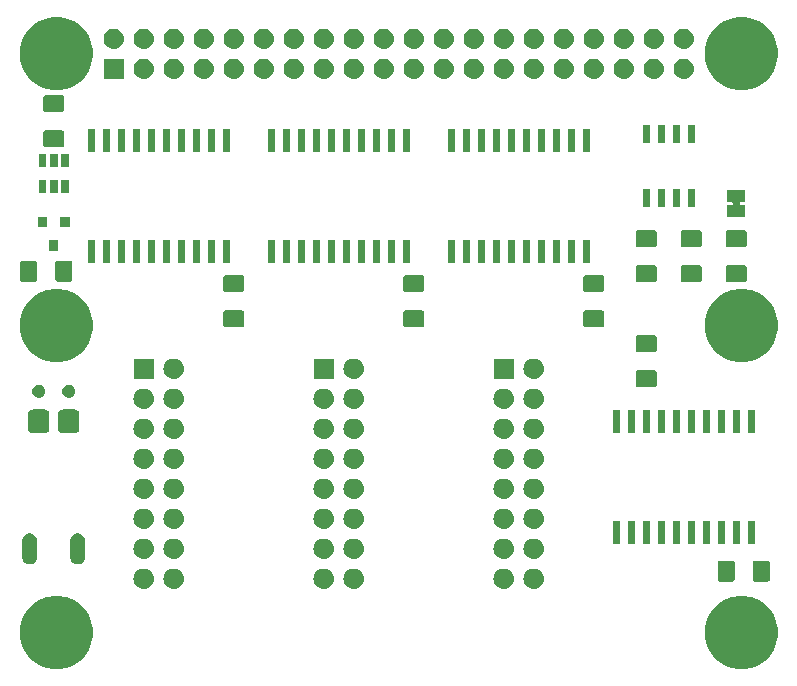
<source format=gbr>
G04 #@! TF.GenerationSoftware,KiCad,Pcbnew,5.0.2-bee76a0~70~ubuntu18.04.1*
G04 #@! TF.CreationDate,2019-03-16T21:16:43-04:00*
G04 #@! TF.ProjectId,rpi-rgb-led-matrix-hat,7270692d-7267-4622-9d6c-65642d6d6174,1.2*
G04 #@! TF.SameCoordinates,Original*
G04 #@! TF.FileFunction,Soldermask,Top*
G04 #@! TF.FilePolarity,Negative*
%FSLAX46Y46*%
G04 Gerber Fmt 4.6, Leading zero omitted, Abs format (unit mm)*
G04 Created by KiCad (PCBNEW 5.0.2-bee76a0~70~ubuntu18.04.1) date Sat 16 Mar 2019 21:16:43 EDT*
%MOMM*%
%LPD*%
G01*
G04 APERTURE LIST*
%ADD10C,0.100000*%
G04 APERTURE END LIST*
D10*
G36*
X53834599Y-44709421D02*
X54034237Y-44749131D01*
X54598401Y-44982815D01*
X55106135Y-45322072D01*
X55537928Y-45753865D01*
X55877185Y-46261599D01*
X56110869Y-46825763D01*
X56230000Y-47424677D01*
X56230000Y-48035323D01*
X56110869Y-48634237D01*
X55877185Y-49198401D01*
X55537928Y-49706135D01*
X55106135Y-50137928D01*
X54598401Y-50477185D01*
X54034237Y-50710869D01*
X53834599Y-50750579D01*
X53435325Y-50830000D01*
X52824675Y-50830000D01*
X52425401Y-50750579D01*
X52225763Y-50710869D01*
X51661599Y-50477185D01*
X51153865Y-50137928D01*
X50722072Y-49706135D01*
X50382815Y-49198401D01*
X50149131Y-48634237D01*
X50030000Y-48035323D01*
X50030000Y-47424677D01*
X50149131Y-46825763D01*
X50382815Y-46261599D01*
X50722072Y-45753865D01*
X51153865Y-45322072D01*
X51661599Y-44982815D01*
X52225763Y-44749131D01*
X52425401Y-44709421D01*
X52824675Y-44630000D01*
X53435325Y-44630000D01*
X53834599Y-44709421D01*
X53834599Y-44709421D01*
G37*
G36*
X-4165401Y-44709421D02*
X-3965763Y-44749131D01*
X-3401599Y-44982815D01*
X-2893865Y-45322072D01*
X-2462072Y-45753865D01*
X-2122815Y-46261599D01*
X-1889131Y-46825763D01*
X-1770000Y-47424677D01*
X-1770000Y-48035323D01*
X-1889131Y-48634237D01*
X-2122815Y-49198401D01*
X-2462072Y-49706135D01*
X-2893865Y-50137928D01*
X-3401599Y-50477185D01*
X-3965763Y-50710869D01*
X-4165401Y-50750579D01*
X-4564675Y-50830000D01*
X-5175325Y-50830000D01*
X-5574599Y-50750579D01*
X-5774237Y-50710869D01*
X-6338401Y-50477185D01*
X-6846135Y-50137928D01*
X-7277928Y-49706135D01*
X-7617185Y-49198401D01*
X-7850869Y-48634237D01*
X-7970000Y-48035323D01*
X-7970000Y-47424677D01*
X-7850869Y-46825763D01*
X-7617185Y-46261599D01*
X-7277928Y-45753865D01*
X-6846135Y-45322072D01*
X-6338401Y-44982815D01*
X-5774237Y-44749131D01*
X-5574599Y-44709421D01*
X-5175325Y-44630000D01*
X-4564675Y-44630000D01*
X-4165401Y-44709421D01*
X-4165401Y-44709421D01*
G37*
G36*
X20404712Y-42320565D02*
X20489295Y-42328896D01*
X20609727Y-42365429D01*
X20652088Y-42378279D01*
X20802112Y-42458468D01*
X20933612Y-42566388D01*
X21041532Y-42697888D01*
X21121721Y-42847912D01*
X21121722Y-42847916D01*
X21171104Y-43010705D01*
X21187778Y-43180000D01*
X21171104Y-43349295D01*
X21134571Y-43469727D01*
X21121721Y-43512088D01*
X21041532Y-43662112D01*
X20933612Y-43793612D01*
X20802112Y-43901532D01*
X20652088Y-43981721D01*
X20609727Y-43994571D01*
X20489295Y-44031104D01*
X20404712Y-44039435D01*
X20362421Y-44043600D01*
X20277579Y-44043600D01*
X20235288Y-44039435D01*
X20150705Y-44031104D01*
X20030273Y-43994571D01*
X19987912Y-43981721D01*
X19837888Y-43901532D01*
X19706388Y-43793612D01*
X19598468Y-43662112D01*
X19518279Y-43512088D01*
X19505429Y-43469727D01*
X19468896Y-43349295D01*
X19452222Y-43180000D01*
X19468896Y-43010705D01*
X19518278Y-42847916D01*
X19518279Y-42847912D01*
X19598468Y-42697888D01*
X19706388Y-42566388D01*
X19837888Y-42458468D01*
X19987912Y-42378279D01*
X20030273Y-42365429D01*
X20150705Y-42328896D01*
X20235288Y-42320565D01*
X20277579Y-42316400D01*
X20362421Y-42316400D01*
X20404712Y-42320565D01*
X20404712Y-42320565D01*
G37*
G36*
X35644712Y-42320565D02*
X35729295Y-42328896D01*
X35849727Y-42365429D01*
X35892088Y-42378279D01*
X36042112Y-42458468D01*
X36173612Y-42566388D01*
X36281532Y-42697888D01*
X36361721Y-42847912D01*
X36361722Y-42847916D01*
X36411104Y-43010705D01*
X36427778Y-43180000D01*
X36411104Y-43349295D01*
X36374571Y-43469727D01*
X36361721Y-43512088D01*
X36281532Y-43662112D01*
X36173612Y-43793612D01*
X36042112Y-43901532D01*
X35892088Y-43981721D01*
X35849727Y-43994571D01*
X35729295Y-44031104D01*
X35644712Y-44039435D01*
X35602421Y-44043600D01*
X35517579Y-44043600D01*
X35475288Y-44039435D01*
X35390705Y-44031104D01*
X35270273Y-43994571D01*
X35227912Y-43981721D01*
X35077888Y-43901532D01*
X34946388Y-43793612D01*
X34838468Y-43662112D01*
X34758279Y-43512088D01*
X34745429Y-43469727D01*
X34708896Y-43349295D01*
X34692222Y-43180000D01*
X34708896Y-43010705D01*
X34758278Y-42847916D01*
X34758279Y-42847912D01*
X34838468Y-42697888D01*
X34946388Y-42566388D01*
X35077888Y-42458468D01*
X35227912Y-42378279D01*
X35270273Y-42365429D01*
X35390705Y-42328896D01*
X35475288Y-42320565D01*
X35517579Y-42316400D01*
X35602421Y-42316400D01*
X35644712Y-42320565D01*
X35644712Y-42320565D01*
G37*
G36*
X17864712Y-42320565D02*
X17949295Y-42328896D01*
X18069727Y-42365429D01*
X18112088Y-42378279D01*
X18262112Y-42458468D01*
X18393612Y-42566388D01*
X18501532Y-42697888D01*
X18581721Y-42847912D01*
X18581722Y-42847916D01*
X18631104Y-43010705D01*
X18647778Y-43180000D01*
X18631104Y-43349295D01*
X18594571Y-43469727D01*
X18581721Y-43512088D01*
X18501532Y-43662112D01*
X18393612Y-43793612D01*
X18262112Y-43901532D01*
X18112088Y-43981721D01*
X18069727Y-43994571D01*
X17949295Y-44031104D01*
X17864712Y-44039435D01*
X17822421Y-44043600D01*
X17737579Y-44043600D01*
X17695288Y-44039435D01*
X17610705Y-44031104D01*
X17490273Y-43994571D01*
X17447912Y-43981721D01*
X17297888Y-43901532D01*
X17166388Y-43793612D01*
X17058468Y-43662112D01*
X16978279Y-43512088D01*
X16965429Y-43469727D01*
X16928896Y-43349295D01*
X16912222Y-43180000D01*
X16928896Y-43010705D01*
X16978278Y-42847916D01*
X16978279Y-42847912D01*
X17058468Y-42697888D01*
X17166388Y-42566388D01*
X17297888Y-42458468D01*
X17447912Y-42378279D01*
X17490273Y-42365429D01*
X17610705Y-42328896D01*
X17695288Y-42320565D01*
X17737579Y-42316400D01*
X17822421Y-42316400D01*
X17864712Y-42320565D01*
X17864712Y-42320565D01*
G37*
G36*
X2624712Y-42320565D02*
X2709295Y-42328896D01*
X2829727Y-42365429D01*
X2872088Y-42378279D01*
X3022112Y-42458468D01*
X3153612Y-42566388D01*
X3261532Y-42697888D01*
X3341721Y-42847912D01*
X3341722Y-42847916D01*
X3391104Y-43010705D01*
X3407778Y-43180000D01*
X3391104Y-43349295D01*
X3354571Y-43469727D01*
X3341721Y-43512088D01*
X3261532Y-43662112D01*
X3153612Y-43793612D01*
X3022112Y-43901532D01*
X2872088Y-43981721D01*
X2829727Y-43994571D01*
X2709295Y-44031104D01*
X2624712Y-44039435D01*
X2582421Y-44043600D01*
X2497579Y-44043600D01*
X2455288Y-44039435D01*
X2370705Y-44031104D01*
X2250273Y-43994571D01*
X2207912Y-43981721D01*
X2057888Y-43901532D01*
X1926388Y-43793612D01*
X1818468Y-43662112D01*
X1738279Y-43512088D01*
X1725429Y-43469727D01*
X1688896Y-43349295D01*
X1672222Y-43180000D01*
X1688896Y-43010705D01*
X1738278Y-42847916D01*
X1738279Y-42847912D01*
X1818468Y-42697888D01*
X1926388Y-42566388D01*
X2057888Y-42458468D01*
X2207912Y-42378279D01*
X2250273Y-42365429D01*
X2370705Y-42328896D01*
X2455288Y-42320565D01*
X2497579Y-42316400D01*
X2582421Y-42316400D01*
X2624712Y-42320565D01*
X2624712Y-42320565D01*
G37*
G36*
X5164712Y-42320565D02*
X5249295Y-42328896D01*
X5369727Y-42365429D01*
X5412088Y-42378279D01*
X5562112Y-42458468D01*
X5693612Y-42566388D01*
X5801532Y-42697888D01*
X5881721Y-42847912D01*
X5881722Y-42847916D01*
X5931104Y-43010705D01*
X5947778Y-43180000D01*
X5931104Y-43349295D01*
X5894571Y-43469727D01*
X5881721Y-43512088D01*
X5801532Y-43662112D01*
X5693612Y-43793612D01*
X5562112Y-43901532D01*
X5412088Y-43981721D01*
X5369727Y-43994571D01*
X5249295Y-44031104D01*
X5164712Y-44039435D01*
X5122421Y-44043600D01*
X5037579Y-44043600D01*
X4995288Y-44039435D01*
X4910705Y-44031104D01*
X4790273Y-43994571D01*
X4747912Y-43981721D01*
X4597888Y-43901532D01*
X4466388Y-43793612D01*
X4358468Y-43662112D01*
X4278279Y-43512088D01*
X4265429Y-43469727D01*
X4228896Y-43349295D01*
X4212222Y-43180000D01*
X4228896Y-43010705D01*
X4278278Y-42847916D01*
X4278279Y-42847912D01*
X4358468Y-42697888D01*
X4466388Y-42566388D01*
X4597888Y-42458468D01*
X4747912Y-42378279D01*
X4790273Y-42365429D01*
X4910705Y-42328896D01*
X4995288Y-42320565D01*
X5037579Y-42316400D01*
X5122421Y-42316400D01*
X5164712Y-42320565D01*
X5164712Y-42320565D01*
G37*
G36*
X33104712Y-42320565D02*
X33189295Y-42328896D01*
X33309727Y-42365429D01*
X33352088Y-42378279D01*
X33502112Y-42458468D01*
X33633612Y-42566388D01*
X33741532Y-42697888D01*
X33821721Y-42847912D01*
X33821722Y-42847916D01*
X33871104Y-43010705D01*
X33887778Y-43180000D01*
X33871104Y-43349295D01*
X33834571Y-43469727D01*
X33821721Y-43512088D01*
X33741532Y-43662112D01*
X33633612Y-43793612D01*
X33502112Y-43901532D01*
X33352088Y-43981721D01*
X33309727Y-43994571D01*
X33189295Y-44031104D01*
X33104712Y-44039435D01*
X33062421Y-44043600D01*
X32977579Y-44043600D01*
X32935288Y-44039435D01*
X32850705Y-44031104D01*
X32730273Y-43994571D01*
X32687912Y-43981721D01*
X32537888Y-43901532D01*
X32406388Y-43793612D01*
X32298468Y-43662112D01*
X32218279Y-43512088D01*
X32205429Y-43469727D01*
X32168896Y-43349295D01*
X32152222Y-43180000D01*
X32168896Y-43010705D01*
X32218278Y-42847916D01*
X32218279Y-42847912D01*
X32298468Y-42697888D01*
X32406388Y-42566388D01*
X32537888Y-42458468D01*
X32687912Y-42378279D01*
X32730273Y-42365429D01*
X32850705Y-42328896D01*
X32935288Y-42320565D01*
X32977579Y-42316400D01*
X33062421Y-42316400D01*
X33104712Y-42320565D01*
X33104712Y-42320565D01*
G37*
G36*
X52428964Y-41673837D02*
X52460528Y-41683412D01*
X52489617Y-41698960D01*
X52515114Y-41719886D01*
X52536040Y-41745383D01*
X52551588Y-41774472D01*
X52561163Y-41806036D01*
X52565000Y-41844998D01*
X52565000Y-43245002D01*
X52561163Y-43283964D01*
X52551588Y-43315528D01*
X52536040Y-43344617D01*
X52515114Y-43370114D01*
X52489617Y-43391040D01*
X52460528Y-43406588D01*
X52428964Y-43416163D01*
X52390002Y-43420000D01*
X51314998Y-43420000D01*
X51276036Y-43416163D01*
X51244472Y-43406588D01*
X51215383Y-43391040D01*
X51189886Y-43370114D01*
X51168960Y-43344617D01*
X51153412Y-43315528D01*
X51143837Y-43283964D01*
X51140000Y-43245002D01*
X51140000Y-41844998D01*
X51143837Y-41806036D01*
X51153412Y-41774472D01*
X51168960Y-41745383D01*
X51189886Y-41719886D01*
X51215383Y-41698960D01*
X51244472Y-41683412D01*
X51276036Y-41673837D01*
X51314998Y-41670000D01*
X52390002Y-41670000D01*
X52428964Y-41673837D01*
X52428964Y-41673837D01*
G37*
G36*
X55403964Y-41673837D02*
X55435528Y-41683412D01*
X55464617Y-41698960D01*
X55490114Y-41719886D01*
X55511040Y-41745383D01*
X55526588Y-41774472D01*
X55536163Y-41806036D01*
X55540000Y-41844998D01*
X55540000Y-43245002D01*
X55536163Y-43283964D01*
X55526588Y-43315528D01*
X55511040Y-43344617D01*
X55490114Y-43370114D01*
X55464617Y-43391040D01*
X55435528Y-43406588D01*
X55403964Y-43416163D01*
X55365002Y-43420000D01*
X54289998Y-43420000D01*
X54251036Y-43416163D01*
X54219472Y-43406588D01*
X54190383Y-43391040D01*
X54164886Y-43370114D01*
X54143960Y-43344617D01*
X54128412Y-43315528D01*
X54118837Y-43283964D01*
X54115000Y-43245002D01*
X54115000Y-41844998D01*
X54118837Y-41806036D01*
X54128412Y-41774472D01*
X54143960Y-41745383D01*
X54164886Y-41719886D01*
X54190383Y-41698960D01*
X54219472Y-41683412D01*
X54251036Y-41673837D01*
X54289998Y-41670000D01*
X55365002Y-41670000D01*
X55403964Y-41673837D01*
X55403964Y-41673837D01*
G37*
G36*
X-2932003Y-39348280D02*
X-2920578Y-39349405D01*
X-2859316Y-39367989D01*
X-2798053Y-39386573D01*
X-2733223Y-39421225D01*
X-2685136Y-39446928D01*
X-2685135Y-39446929D01*
X-2685133Y-39446930D01*
X-2586157Y-39528157D01*
X-2504930Y-39627132D01*
X-2444573Y-39740052D01*
X-2407405Y-39862578D01*
X-2398000Y-39958068D01*
X-2398000Y-41321932D01*
X-2407405Y-41417422D01*
X-2444573Y-41539948D01*
X-2504930Y-41652868D01*
X-2586157Y-41751843D01*
X-2685132Y-41833070D01*
X-2798052Y-41893427D01*
X-2859315Y-41912011D01*
X-2920577Y-41930595D01*
X-2932002Y-41931720D01*
X-3048000Y-41943145D01*
X-3163997Y-41931720D01*
X-3175422Y-41930595D01*
X-3236684Y-41912011D01*
X-3297947Y-41893427D01*
X-3410867Y-41833070D01*
X-3509842Y-41751843D01*
X-3591069Y-41652868D01*
X-3651426Y-41539948D01*
X-3688594Y-41417422D01*
X-3697999Y-41321932D01*
X-3698000Y-39958069D01*
X-3688595Y-39862579D01*
X-3688594Y-39862577D01*
X-3651427Y-39740054D01*
X-3651427Y-39740053D01*
X-3591070Y-39627133D01*
X-3509843Y-39528157D01*
X-3410868Y-39446930D01*
X-3297948Y-39386573D01*
X-3236685Y-39367989D01*
X-3175423Y-39349405D01*
X-3163998Y-39348280D01*
X-3048000Y-39336855D01*
X-2932003Y-39348280D01*
X-2932003Y-39348280D01*
G37*
G36*
X-6996003Y-39348280D02*
X-6984578Y-39349405D01*
X-6923316Y-39367989D01*
X-6862053Y-39386573D01*
X-6797223Y-39421225D01*
X-6749136Y-39446928D01*
X-6749135Y-39446929D01*
X-6749133Y-39446930D01*
X-6650157Y-39528157D01*
X-6568930Y-39627132D01*
X-6508573Y-39740052D01*
X-6471405Y-39862578D01*
X-6462000Y-39958068D01*
X-6462000Y-41321932D01*
X-6471405Y-41417422D01*
X-6508573Y-41539948D01*
X-6568930Y-41652868D01*
X-6650157Y-41751843D01*
X-6749132Y-41833070D01*
X-6862052Y-41893427D01*
X-6923315Y-41912011D01*
X-6984577Y-41930595D01*
X-6996002Y-41931720D01*
X-7112000Y-41943145D01*
X-7227997Y-41931720D01*
X-7239422Y-41930595D01*
X-7300684Y-41912011D01*
X-7361947Y-41893427D01*
X-7474867Y-41833070D01*
X-7573842Y-41751843D01*
X-7655069Y-41652868D01*
X-7715426Y-41539948D01*
X-7752594Y-41417422D01*
X-7761999Y-41321932D01*
X-7762000Y-39958069D01*
X-7752595Y-39862579D01*
X-7752594Y-39862577D01*
X-7715427Y-39740054D01*
X-7715427Y-39740053D01*
X-7655070Y-39627133D01*
X-7573843Y-39528157D01*
X-7474868Y-39446930D01*
X-7361948Y-39386573D01*
X-7300685Y-39367989D01*
X-7239423Y-39349405D01*
X-7227998Y-39348280D01*
X-7112000Y-39336855D01*
X-6996003Y-39348280D01*
X-6996003Y-39348280D01*
G37*
G36*
X17864712Y-39780565D02*
X17949295Y-39788896D01*
X18069727Y-39825429D01*
X18112088Y-39838279D01*
X18262112Y-39918468D01*
X18393612Y-40026388D01*
X18501532Y-40157888D01*
X18581721Y-40307912D01*
X18581722Y-40307916D01*
X18631104Y-40470705D01*
X18647778Y-40640000D01*
X18631104Y-40809295D01*
X18594571Y-40929727D01*
X18581721Y-40972088D01*
X18501532Y-41122112D01*
X18393612Y-41253612D01*
X18262112Y-41361532D01*
X18112088Y-41441721D01*
X18069727Y-41454571D01*
X17949295Y-41491104D01*
X17864712Y-41499435D01*
X17822421Y-41503600D01*
X17737579Y-41503600D01*
X17695288Y-41499435D01*
X17610705Y-41491104D01*
X17490273Y-41454571D01*
X17447912Y-41441721D01*
X17297888Y-41361532D01*
X17166388Y-41253612D01*
X17058468Y-41122112D01*
X16978279Y-40972088D01*
X16965429Y-40929727D01*
X16928896Y-40809295D01*
X16912222Y-40640000D01*
X16928896Y-40470705D01*
X16978278Y-40307916D01*
X16978279Y-40307912D01*
X17058468Y-40157888D01*
X17166388Y-40026388D01*
X17297888Y-39918468D01*
X17447912Y-39838279D01*
X17490273Y-39825429D01*
X17610705Y-39788896D01*
X17695288Y-39780565D01*
X17737579Y-39776400D01*
X17822421Y-39776400D01*
X17864712Y-39780565D01*
X17864712Y-39780565D01*
G37*
G36*
X35644712Y-39780565D02*
X35729295Y-39788896D01*
X35849727Y-39825429D01*
X35892088Y-39838279D01*
X36042112Y-39918468D01*
X36173612Y-40026388D01*
X36281532Y-40157888D01*
X36361721Y-40307912D01*
X36361722Y-40307916D01*
X36411104Y-40470705D01*
X36427778Y-40640000D01*
X36411104Y-40809295D01*
X36374571Y-40929727D01*
X36361721Y-40972088D01*
X36281532Y-41122112D01*
X36173612Y-41253612D01*
X36042112Y-41361532D01*
X35892088Y-41441721D01*
X35849727Y-41454571D01*
X35729295Y-41491104D01*
X35644712Y-41499435D01*
X35602421Y-41503600D01*
X35517579Y-41503600D01*
X35475288Y-41499435D01*
X35390705Y-41491104D01*
X35270273Y-41454571D01*
X35227912Y-41441721D01*
X35077888Y-41361532D01*
X34946388Y-41253612D01*
X34838468Y-41122112D01*
X34758279Y-40972088D01*
X34745429Y-40929727D01*
X34708896Y-40809295D01*
X34692222Y-40640000D01*
X34708896Y-40470705D01*
X34758278Y-40307916D01*
X34758279Y-40307912D01*
X34838468Y-40157888D01*
X34946388Y-40026388D01*
X35077888Y-39918468D01*
X35227912Y-39838279D01*
X35270273Y-39825429D01*
X35390705Y-39788896D01*
X35475288Y-39780565D01*
X35517579Y-39776400D01*
X35602421Y-39776400D01*
X35644712Y-39780565D01*
X35644712Y-39780565D01*
G37*
G36*
X33104712Y-39780565D02*
X33189295Y-39788896D01*
X33309727Y-39825429D01*
X33352088Y-39838279D01*
X33502112Y-39918468D01*
X33633612Y-40026388D01*
X33741532Y-40157888D01*
X33821721Y-40307912D01*
X33821722Y-40307916D01*
X33871104Y-40470705D01*
X33887778Y-40640000D01*
X33871104Y-40809295D01*
X33834571Y-40929727D01*
X33821721Y-40972088D01*
X33741532Y-41122112D01*
X33633612Y-41253612D01*
X33502112Y-41361532D01*
X33352088Y-41441721D01*
X33309727Y-41454571D01*
X33189295Y-41491104D01*
X33104712Y-41499435D01*
X33062421Y-41503600D01*
X32977579Y-41503600D01*
X32935288Y-41499435D01*
X32850705Y-41491104D01*
X32730273Y-41454571D01*
X32687912Y-41441721D01*
X32537888Y-41361532D01*
X32406388Y-41253612D01*
X32298468Y-41122112D01*
X32218279Y-40972088D01*
X32205429Y-40929727D01*
X32168896Y-40809295D01*
X32152222Y-40640000D01*
X32168896Y-40470705D01*
X32218278Y-40307916D01*
X32218279Y-40307912D01*
X32298468Y-40157888D01*
X32406388Y-40026388D01*
X32537888Y-39918468D01*
X32687912Y-39838279D01*
X32730273Y-39825429D01*
X32850705Y-39788896D01*
X32935288Y-39780565D01*
X32977579Y-39776400D01*
X33062421Y-39776400D01*
X33104712Y-39780565D01*
X33104712Y-39780565D01*
G37*
G36*
X5164712Y-39780565D02*
X5249295Y-39788896D01*
X5369727Y-39825429D01*
X5412088Y-39838279D01*
X5562112Y-39918468D01*
X5693612Y-40026388D01*
X5801532Y-40157888D01*
X5881721Y-40307912D01*
X5881722Y-40307916D01*
X5931104Y-40470705D01*
X5947778Y-40640000D01*
X5931104Y-40809295D01*
X5894571Y-40929727D01*
X5881721Y-40972088D01*
X5801532Y-41122112D01*
X5693612Y-41253612D01*
X5562112Y-41361532D01*
X5412088Y-41441721D01*
X5369727Y-41454571D01*
X5249295Y-41491104D01*
X5164712Y-41499435D01*
X5122421Y-41503600D01*
X5037579Y-41503600D01*
X4995288Y-41499435D01*
X4910705Y-41491104D01*
X4790273Y-41454571D01*
X4747912Y-41441721D01*
X4597888Y-41361532D01*
X4466388Y-41253612D01*
X4358468Y-41122112D01*
X4278279Y-40972088D01*
X4265429Y-40929727D01*
X4228896Y-40809295D01*
X4212222Y-40640000D01*
X4228896Y-40470705D01*
X4278278Y-40307916D01*
X4278279Y-40307912D01*
X4358468Y-40157888D01*
X4466388Y-40026388D01*
X4597888Y-39918468D01*
X4747912Y-39838279D01*
X4790273Y-39825429D01*
X4910705Y-39788896D01*
X4995288Y-39780565D01*
X5037579Y-39776400D01*
X5122421Y-39776400D01*
X5164712Y-39780565D01*
X5164712Y-39780565D01*
G37*
G36*
X2624712Y-39780565D02*
X2709295Y-39788896D01*
X2829727Y-39825429D01*
X2872088Y-39838279D01*
X3022112Y-39918468D01*
X3153612Y-40026388D01*
X3261532Y-40157888D01*
X3341721Y-40307912D01*
X3341722Y-40307916D01*
X3391104Y-40470705D01*
X3407778Y-40640000D01*
X3391104Y-40809295D01*
X3354571Y-40929727D01*
X3341721Y-40972088D01*
X3261532Y-41122112D01*
X3153612Y-41253612D01*
X3022112Y-41361532D01*
X2872088Y-41441721D01*
X2829727Y-41454571D01*
X2709295Y-41491104D01*
X2624712Y-41499435D01*
X2582421Y-41503600D01*
X2497579Y-41503600D01*
X2455288Y-41499435D01*
X2370705Y-41491104D01*
X2250273Y-41454571D01*
X2207912Y-41441721D01*
X2057888Y-41361532D01*
X1926388Y-41253612D01*
X1818468Y-41122112D01*
X1738279Y-40972088D01*
X1725429Y-40929727D01*
X1688896Y-40809295D01*
X1672222Y-40640000D01*
X1688896Y-40470705D01*
X1738278Y-40307916D01*
X1738279Y-40307912D01*
X1818468Y-40157888D01*
X1926388Y-40026388D01*
X2057888Y-39918468D01*
X2207912Y-39838279D01*
X2250273Y-39825429D01*
X2370705Y-39788896D01*
X2455288Y-39780565D01*
X2497579Y-39776400D01*
X2582421Y-39776400D01*
X2624712Y-39780565D01*
X2624712Y-39780565D01*
G37*
G36*
X20404712Y-39780565D02*
X20489295Y-39788896D01*
X20609727Y-39825429D01*
X20652088Y-39838279D01*
X20802112Y-39918468D01*
X20933612Y-40026388D01*
X21041532Y-40157888D01*
X21121721Y-40307912D01*
X21121722Y-40307916D01*
X21171104Y-40470705D01*
X21187778Y-40640000D01*
X21171104Y-40809295D01*
X21134571Y-40929727D01*
X21121721Y-40972088D01*
X21041532Y-41122112D01*
X20933612Y-41253612D01*
X20802112Y-41361532D01*
X20652088Y-41441721D01*
X20609727Y-41454571D01*
X20489295Y-41491104D01*
X20404712Y-41499435D01*
X20362421Y-41503600D01*
X20277579Y-41503600D01*
X20235288Y-41499435D01*
X20150705Y-41491104D01*
X20030273Y-41454571D01*
X19987912Y-41441721D01*
X19837888Y-41361532D01*
X19706388Y-41253612D01*
X19598468Y-41122112D01*
X19518279Y-40972088D01*
X19505429Y-40929727D01*
X19468896Y-40809295D01*
X19452222Y-40640000D01*
X19468896Y-40470705D01*
X19518278Y-40307916D01*
X19518279Y-40307912D01*
X19598468Y-40157888D01*
X19706388Y-40026388D01*
X19837888Y-39918468D01*
X19987912Y-39838279D01*
X20030273Y-39825429D01*
X20150705Y-39788896D01*
X20235288Y-39780565D01*
X20277579Y-39776400D01*
X20362421Y-39776400D01*
X20404712Y-39780565D01*
X20404712Y-39780565D01*
G37*
G36*
X45385000Y-40219000D02*
X44785000Y-40219000D01*
X44785000Y-38269000D01*
X45385000Y-38269000D01*
X45385000Y-40219000D01*
X45385000Y-40219000D01*
G37*
G36*
X54275000Y-40219000D02*
X53675000Y-40219000D01*
X53675000Y-38269000D01*
X54275000Y-38269000D01*
X54275000Y-40219000D01*
X54275000Y-40219000D01*
G37*
G36*
X44115000Y-40219000D02*
X43515000Y-40219000D01*
X43515000Y-38269000D01*
X44115000Y-38269000D01*
X44115000Y-40219000D01*
X44115000Y-40219000D01*
G37*
G36*
X42845000Y-40219000D02*
X42245000Y-40219000D01*
X42245000Y-38269000D01*
X42845000Y-38269000D01*
X42845000Y-40219000D01*
X42845000Y-40219000D01*
G37*
G36*
X46655000Y-40219000D02*
X46055000Y-40219000D01*
X46055000Y-38269000D01*
X46655000Y-38269000D01*
X46655000Y-40219000D01*
X46655000Y-40219000D01*
G37*
G36*
X47925000Y-40219000D02*
X47325000Y-40219000D01*
X47325000Y-38269000D01*
X47925000Y-38269000D01*
X47925000Y-40219000D01*
X47925000Y-40219000D01*
G37*
G36*
X49195000Y-40219000D02*
X48595000Y-40219000D01*
X48595000Y-38269000D01*
X49195000Y-38269000D01*
X49195000Y-40219000D01*
X49195000Y-40219000D01*
G37*
G36*
X50465000Y-40219000D02*
X49865000Y-40219000D01*
X49865000Y-38269000D01*
X50465000Y-38269000D01*
X50465000Y-40219000D01*
X50465000Y-40219000D01*
G37*
G36*
X51735000Y-40219000D02*
X51135000Y-40219000D01*
X51135000Y-38269000D01*
X51735000Y-38269000D01*
X51735000Y-40219000D01*
X51735000Y-40219000D01*
G37*
G36*
X53005000Y-40219000D02*
X52405000Y-40219000D01*
X52405000Y-38269000D01*
X53005000Y-38269000D01*
X53005000Y-40219000D01*
X53005000Y-40219000D01*
G37*
G36*
X35644712Y-37240565D02*
X35729295Y-37248896D01*
X35849727Y-37285429D01*
X35892088Y-37298279D01*
X36042112Y-37378468D01*
X36173612Y-37486388D01*
X36281532Y-37617888D01*
X36361721Y-37767912D01*
X36361722Y-37767916D01*
X36411104Y-37930705D01*
X36427778Y-38100000D01*
X36411104Y-38269295D01*
X36374571Y-38389727D01*
X36361721Y-38432088D01*
X36281532Y-38582112D01*
X36173612Y-38713612D01*
X36042112Y-38821532D01*
X35892088Y-38901721D01*
X35849727Y-38914571D01*
X35729295Y-38951104D01*
X35644712Y-38959435D01*
X35602421Y-38963600D01*
X35517579Y-38963600D01*
X35475288Y-38959435D01*
X35390705Y-38951104D01*
X35270273Y-38914571D01*
X35227912Y-38901721D01*
X35077888Y-38821532D01*
X34946388Y-38713612D01*
X34838468Y-38582112D01*
X34758279Y-38432088D01*
X34745429Y-38389727D01*
X34708896Y-38269295D01*
X34692222Y-38100000D01*
X34708896Y-37930705D01*
X34758278Y-37767916D01*
X34758279Y-37767912D01*
X34838468Y-37617888D01*
X34946388Y-37486388D01*
X35077888Y-37378468D01*
X35227912Y-37298279D01*
X35270273Y-37285429D01*
X35390705Y-37248896D01*
X35475288Y-37240565D01*
X35517579Y-37236400D01*
X35602421Y-37236400D01*
X35644712Y-37240565D01*
X35644712Y-37240565D01*
G37*
G36*
X33104712Y-37240565D02*
X33189295Y-37248896D01*
X33309727Y-37285429D01*
X33352088Y-37298279D01*
X33502112Y-37378468D01*
X33633612Y-37486388D01*
X33741532Y-37617888D01*
X33821721Y-37767912D01*
X33821722Y-37767916D01*
X33871104Y-37930705D01*
X33887778Y-38100000D01*
X33871104Y-38269295D01*
X33834571Y-38389727D01*
X33821721Y-38432088D01*
X33741532Y-38582112D01*
X33633612Y-38713612D01*
X33502112Y-38821532D01*
X33352088Y-38901721D01*
X33309727Y-38914571D01*
X33189295Y-38951104D01*
X33104712Y-38959435D01*
X33062421Y-38963600D01*
X32977579Y-38963600D01*
X32935288Y-38959435D01*
X32850705Y-38951104D01*
X32730273Y-38914571D01*
X32687912Y-38901721D01*
X32537888Y-38821532D01*
X32406388Y-38713612D01*
X32298468Y-38582112D01*
X32218279Y-38432088D01*
X32205429Y-38389727D01*
X32168896Y-38269295D01*
X32152222Y-38100000D01*
X32168896Y-37930705D01*
X32218278Y-37767916D01*
X32218279Y-37767912D01*
X32298468Y-37617888D01*
X32406388Y-37486388D01*
X32537888Y-37378468D01*
X32687912Y-37298279D01*
X32730273Y-37285429D01*
X32850705Y-37248896D01*
X32935288Y-37240565D01*
X32977579Y-37236400D01*
X33062421Y-37236400D01*
X33104712Y-37240565D01*
X33104712Y-37240565D01*
G37*
G36*
X2624712Y-37240565D02*
X2709295Y-37248896D01*
X2829727Y-37285429D01*
X2872088Y-37298279D01*
X3022112Y-37378468D01*
X3153612Y-37486388D01*
X3261532Y-37617888D01*
X3341721Y-37767912D01*
X3341722Y-37767916D01*
X3391104Y-37930705D01*
X3407778Y-38100000D01*
X3391104Y-38269295D01*
X3354571Y-38389727D01*
X3341721Y-38432088D01*
X3261532Y-38582112D01*
X3153612Y-38713612D01*
X3022112Y-38821532D01*
X2872088Y-38901721D01*
X2829727Y-38914571D01*
X2709295Y-38951104D01*
X2624712Y-38959435D01*
X2582421Y-38963600D01*
X2497579Y-38963600D01*
X2455288Y-38959435D01*
X2370705Y-38951104D01*
X2250273Y-38914571D01*
X2207912Y-38901721D01*
X2057888Y-38821532D01*
X1926388Y-38713612D01*
X1818468Y-38582112D01*
X1738279Y-38432088D01*
X1725429Y-38389727D01*
X1688896Y-38269295D01*
X1672222Y-38100000D01*
X1688896Y-37930705D01*
X1738278Y-37767916D01*
X1738279Y-37767912D01*
X1818468Y-37617888D01*
X1926388Y-37486388D01*
X2057888Y-37378468D01*
X2207912Y-37298279D01*
X2250273Y-37285429D01*
X2370705Y-37248896D01*
X2455288Y-37240565D01*
X2497579Y-37236400D01*
X2582421Y-37236400D01*
X2624712Y-37240565D01*
X2624712Y-37240565D01*
G37*
G36*
X17864712Y-37240565D02*
X17949295Y-37248896D01*
X18069727Y-37285429D01*
X18112088Y-37298279D01*
X18262112Y-37378468D01*
X18393612Y-37486388D01*
X18501532Y-37617888D01*
X18581721Y-37767912D01*
X18581722Y-37767916D01*
X18631104Y-37930705D01*
X18647778Y-38100000D01*
X18631104Y-38269295D01*
X18594571Y-38389727D01*
X18581721Y-38432088D01*
X18501532Y-38582112D01*
X18393612Y-38713612D01*
X18262112Y-38821532D01*
X18112088Y-38901721D01*
X18069727Y-38914571D01*
X17949295Y-38951104D01*
X17864712Y-38959435D01*
X17822421Y-38963600D01*
X17737579Y-38963600D01*
X17695288Y-38959435D01*
X17610705Y-38951104D01*
X17490273Y-38914571D01*
X17447912Y-38901721D01*
X17297888Y-38821532D01*
X17166388Y-38713612D01*
X17058468Y-38582112D01*
X16978279Y-38432088D01*
X16965429Y-38389727D01*
X16928896Y-38269295D01*
X16912222Y-38100000D01*
X16928896Y-37930705D01*
X16978278Y-37767916D01*
X16978279Y-37767912D01*
X17058468Y-37617888D01*
X17166388Y-37486388D01*
X17297888Y-37378468D01*
X17447912Y-37298279D01*
X17490273Y-37285429D01*
X17610705Y-37248896D01*
X17695288Y-37240565D01*
X17737579Y-37236400D01*
X17822421Y-37236400D01*
X17864712Y-37240565D01*
X17864712Y-37240565D01*
G37*
G36*
X5164712Y-37240565D02*
X5249295Y-37248896D01*
X5369727Y-37285429D01*
X5412088Y-37298279D01*
X5562112Y-37378468D01*
X5693612Y-37486388D01*
X5801532Y-37617888D01*
X5881721Y-37767912D01*
X5881722Y-37767916D01*
X5931104Y-37930705D01*
X5947778Y-38100000D01*
X5931104Y-38269295D01*
X5894571Y-38389727D01*
X5881721Y-38432088D01*
X5801532Y-38582112D01*
X5693612Y-38713612D01*
X5562112Y-38821532D01*
X5412088Y-38901721D01*
X5369727Y-38914571D01*
X5249295Y-38951104D01*
X5164712Y-38959435D01*
X5122421Y-38963600D01*
X5037579Y-38963600D01*
X4995288Y-38959435D01*
X4910705Y-38951104D01*
X4790273Y-38914571D01*
X4747912Y-38901721D01*
X4597888Y-38821532D01*
X4466388Y-38713612D01*
X4358468Y-38582112D01*
X4278279Y-38432088D01*
X4265429Y-38389727D01*
X4228896Y-38269295D01*
X4212222Y-38100000D01*
X4228896Y-37930705D01*
X4278278Y-37767916D01*
X4278279Y-37767912D01*
X4358468Y-37617888D01*
X4466388Y-37486388D01*
X4597888Y-37378468D01*
X4747912Y-37298279D01*
X4790273Y-37285429D01*
X4910705Y-37248896D01*
X4995288Y-37240565D01*
X5037579Y-37236400D01*
X5122421Y-37236400D01*
X5164712Y-37240565D01*
X5164712Y-37240565D01*
G37*
G36*
X20404712Y-37240565D02*
X20489295Y-37248896D01*
X20609727Y-37285429D01*
X20652088Y-37298279D01*
X20802112Y-37378468D01*
X20933612Y-37486388D01*
X21041532Y-37617888D01*
X21121721Y-37767912D01*
X21121722Y-37767916D01*
X21171104Y-37930705D01*
X21187778Y-38100000D01*
X21171104Y-38269295D01*
X21134571Y-38389727D01*
X21121721Y-38432088D01*
X21041532Y-38582112D01*
X20933612Y-38713612D01*
X20802112Y-38821532D01*
X20652088Y-38901721D01*
X20609727Y-38914571D01*
X20489295Y-38951104D01*
X20404712Y-38959435D01*
X20362421Y-38963600D01*
X20277579Y-38963600D01*
X20235288Y-38959435D01*
X20150705Y-38951104D01*
X20030273Y-38914571D01*
X19987912Y-38901721D01*
X19837888Y-38821532D01*
X19706388Y-38713612D01*
X19598468Y-38582112D01*
X19518279Y-38432088D01*
X19505429Y-38389727D01*
X19468896Y-38269295D01*
X19452222Y-38100000D01*
X19468896Y-37930705D01*
X19518278Y-37767916D01*
X19518279Y-37767912D01*
X19598468Y-37617888D01*
X19706388Y-37486388D01*
X19837888Y-37378468D01*
X19987912Y-37298279D01*
X20030273Y-37285429D01*
X20150705Y-37248896D01*
X20235288Y-37240565D01*
X20277579Y-37236400D01*
X20362421Y-37236400D01*
X20404712Y-37240565D01*
X20404712Y-37240565D01*
G37*
G36*
X2624712Y-34700565D02*
X2709295Y-34708896D01*
X2829727Y-34745429D01*
X2872088Y-34758279D01*
X3022112Y-34838468D01*
X3153612Y-34946388D01*
X3261532Y-35077888D01*
X3341721Y-35227912D01*
X3341722Y-35227916D01*
X3391104Y-35390705D01*
X3407778Y-35560000D01*
X3391104Y-35729295D01*
X3354571Y-35849727D01*
X3341721Y-35892088D01*
X3261532Y-36042112D01*
X3153612Y-36173612D01*
X3022112Y-36281532D01*
X2872088Y-36361721D01*
X2829727Y-36374571D01*
X2709295Y-36411104D01*
X2624712Y-36419435D01*
X2582421Y-36423600D01*
X2497579Y-36423600D01*
X2455288Y-36419435D01*
X2370705Y-36411104D01*
X2250273Y-36374571D01*
X2207912Y-36361721D01*
X2057888Y-36281532D01*
X1926388Y-36173612D01*
X1818468Y-36042112D01*
X1738279Y-35892088D01*
X1725429Y-35849727D01*
X1688896Y-35729295D01*
X1672222Y-35560000D01*
X1688896Y-35390705D01*
X1738278Y-35227916D01*
X1738279Y-35227912D01*
X1818468Y-35077888D01*
X1926388Y-34946388D01*
X2057888Y-34838468D01*
X2207912Y-34758279D01*
X2250273Y-34745429D01*
X2370705Y-34708896D01*
X2455288Y-34700565D01*
X2497579Y-34696400D01*
X2582421Y-34696400D01*
X2624712Y-34700565D01*
X2624712Y-34700565D01*
G37*
G36*
X5164712Y-34700565D02*
X5249295Y-34708896D01*
X5369727Y-34745429D01*
X5412088Y-34758279D01*
X5562112Y-34838468D01*
X5693612Y-34946388D01*
X5801532Y-35077888D01*
X5881721Y-35227912D01*
X5881722Y-35227916D01*
X5931104Y-35390705D01*
X5947778Y-35560000D01*
X5931104Y-35729295D01*
X5894571Y-35849727D01*
X5881721Y-35892088D01*
X5801532Y-36042112D01*
X5693612Y-36173612D01*
X5562112Y-36281532D01*
X5412088Y-36361721D01*
X5369727Y-36374571D01*
X5249295Y-36411104D01*
X5164712Y-36419435D01*
X5122421Y-36423600D01*
X5037579Y-36423600D01*
X4995288Y-36419435D01*
X4910705Y-36411104D01*
X4790273Y-36374571D01*
X4747912Y-36361721D01*
X4597888Y-36281532D01*
X4466388Y-36173612D01*
X4358468Y-36042112D01*
X4278279Y-35892088D01*
X4265429Y-35849727D01*
X4228896Y-35729295D01*
X4212222Y-35560000D01*
X4228896Y-35390705D01*
X4278278Y-35227916D01*
X4278279Y-35227912D01*
X4358468Y-35077888D01*
X4466388Y-34946388D01*
X4597888Y-34838468D01*
X4747912Y-34758279D01*
X4790273Y-34745429D01*
X4910705Y-34708896D01*
X4995288Y-34700565D01*
X5037579Y-34696400D01*
X5122421Y-34696400D01*
X5164712Y-34700565D01*
X5164712Y-34700565D01*
G37*
G36*
X17864712Y-34700565D02*
X17949295Y-34708896D01*
X18069727Y-34745429D01*
X18112088Y-34758279D01*
X18262112Y-34838468D01*
X18393612Y-34946388D01*
X18501532Y-35077888D01*
X18581721Y-35227912D01*
X18581722Y-35227916D01*
X18631104Y-35390705D01*
X18647778Y-35560000D01*
X18631104Y-35729295D01*
X18594571Y-35849727D01*
X18581721Y-35892088D01*
X18501532Y-36042112D01*
X18393612Y-36173612D01*
X18262112Y-36281532D01*
X18112088Y-36361721D01*
X18069727Y-36374571D01*
X17949295Y-36411104D01*
X17864712Y-36419435D01*
X17822421Y-36423600D01*
X17737579Y-36423600D01*
X17695288Y-36419435D01*
X17610705Y-36411104D01*
X17490273Y-36374571D01*
X17447912Y-36361721D01*
X17297888Y-36281532D01*
X17166388Y-36173612D01*
X17058468Y-36042112D01*
X16978279Y-35892088D01*
X16965429Y-35849727D01*
X16928896Y-35729295D01*
X16912222Y-35560000D01*
X16928896Y-35390705D01*
X16978278Y-35227916D01*
X16978279Y-35227912D01*
X17058468Y-35077888D01*
X17166388Y-34946388D01*
X17297888Y-34838468D01*
X17447912Y-34758279D01*
X17490273Y-34745429D01*
X17610705Y-34708896D01*
X17695288Y-34700565D01*
X17737579Y-34696400D01*
X17822421Y-34696400D01*
X17864712Y-34700565D01*
X17864712Y-34700565D01*
G37*
G36*
X20404712Y-34700565D02*
X20489295Y-34708896D01*
X20609727Y-34745429D01*
X20652088Y-34758279D01*
X20802112Y-34838468D01*
X20933612Y-34946388D01*
X21041532Y-35077888D01*
X21121721Y-35227912D01*
X21121722Y-35227916D01*
X21171104Y-35390705D01*
X21187778Y-35560000D01*
X21171104Y-35729295D01*
X21134571Y-35849727D01*
X21121721Y-35892088D01*
X21041532Y-36042112D01*
X20933612Y-36173612D01*
X20802112Y-36281532D01*
X20652088Y-36361721D01*
X20609727Y-36374571D01*
X20489295Y-36411104D01*
X20404712Y-36419435D01*
X20362421Y-36423600D01*
X20277579Y-36423600D01*
X20235288Y-36419435D01*
X20150705Y-36411104D01*
X20030273Y-36374571D01*
X19987912Y-36361721D01*
X19837888Y-36281532D01*
X19706388Y-36173612D01*
X19598468Y-36042112D01*
X19518279Y-35892088D01*
X19505429Y-35849727D01*
X19468896Y-35729295D01*
X19452222Y-35560000D01*
X19468896Y-35390705D01*
X19518278Y-35227916D01*
X19518279Y-35227912D01*
X19598468Y-35077888D01*
X19706388Y-34946388D01*
X19837888Y-34838468D01*
X19987912Y-34758279D01*
X20030273Y-34745429D01*
X20150705Y-34708896D01*
X20235288Y-34700565D01*
X20277579Y-34696400D01*
X20362421Y-34696400D01*
X20404712Y-34700565D01*
X20404712Y-34700565D01*
G37*
G36*
X33104712Y-34700565D02*
X33189295Y-34708896D01*
X33309727Y-34745429D01*
X33352088Y-34758279D01*
X33502112Y-34838468D01*
X33633612Y-34946388D01*
X33741532Y-35077888D01*
X33821721Y-35227912D01*
X33821722Y-35227916D01*
X33871104Y-35390705D01*
X33887778Y-35560000D01*
X33871104Y-35729295D01*
X33834571Y-35849727D01*
X33821721Y-35892088D01*
X33741532Y-36042112D01*
X33633612Y-36173612D01*
X33502112Y-36281532D01*
X33352088Y-36361721D01*
X33309727Y-36374571D01*
X33189295Y-36411104D01*
X33104712Y-36419435D01*
X33062421Y-36423600D01*
X32977579Y-36423600D01*
X32935288Y-36419435D01*
X32850705Y-36411104D01*
X32730273Y-36374571D01*
X32687912Y-36361721D01*
X32537888Y-36281532D01*
X32406388Y-36173612D01*
X32298468Y-36042112D01*
X32218279Y-35892088D01*
X32205429Y-35849727D01*
X32168896Y-35729295D01*
X32152222Y-35560000D01*
X32168896Y-35390705D01*
X32218278Y-35227916D01*
X32218279Y-35227912D01*
X32298468Y-35077888D01*
X32406388Y-34946388D01*
X32537888Y-34838468D01*
X32687912Y-34758279D01*
X32730273Y-34745429D01*
X32850705Y-34708896D01*
X32935288Y-34700565D01*
X32977579Y-34696400D01*
X33062421Y-34696400D01*
X33104712Y-34700565D01*
X33104712Y-34700565D01*
G37*
G36*
X35644712Y-34700565D02*
X35729295Y-34708896D01*
X35849727Y-34745429D01*
X35892088Y-34758279D01*
X36042112Y-34838468D01*
X36173612Y-34946388D01*
X36281532Y-35077888D01*
X36361721Y-35227912D01*
X36361722Y-35227916D01*
X36411104Y-35390705D01*
X36427778Y-35560000D01*
X36411104Y-35729295D01*
X36374571Y-35849727D01*
X36361721Y-35892088D01*
X36281532Y-36042112D01*
X36173612Y-36173612D01*
X36042112Y-36281532D01*
X35892088Y-36361721D01*
X35849727Y-36374571D01*
X35729295Y-36411104D01*
X35644712Y-36419435D01*
X35602421Y-36423600D01*
X35517579Y-36423600D01*
X35475288Y-36419435D01*
X35390705Y-36411104D01*
X35270273Y-36374571D01*
X35227912Y-36361721D01*
X35077888Y-36281532D01*
X34946388Y-36173612D01*
X34838468Y-36042112D01*
X34758279Y-35892088D01*
X34745429Y-35849727D01*
X34708896Y-35729295D01*
X34692222Y-35560000D01*
X34708896Y-35390705D01*
X34758278Y-35227916D01*
X34758279Y-35227912D01*
X34838468Y-35077888D01*
X34946388Y-34946388D01*
X35077888Y-34838468D01*
X35227912Y-34758279D01*
X35270273Y-34745429D01*
X35390705Y-34708896D01*
X35475288Y-34700565D01*
X35517579Y-34696400D01*
X35602421Y-34696400D01*
X35644712Y-34700565D01*
X35644712Y-34700565D01*
G37*
G36*
X20404712Y-32160565D02*
X20489295Y-32168896D01*
X20609727Y-32205429D01*
X20652088Y-32218279D01*
X20802112Y-32298468D01*
X20933612Y-32406388D01*
X21041532Y-32537888D01*
X21121721Y-32687912D01*
X21121722Y-32687916D01*
X21171104Y-32850705D01*
X21187778Y-33020000D01*
X21171104Y-33189295D01*
X21134571Y-33309727D01*
X21121721Y-33352088D01*
X21041532Y-33502112D01*
X20933612Y-33633612D01*
X20802112Y-33741532D01*
X20652088Y-33821721D01*
X20609727Y-33834571D01*
X20489295Y-33871104D01*
X20404712Y-33879435D01*
X20362421Y-33883600D01*
X20277579Y-33883600D01*
X20235288Y-33879435D01*
X20150705Y-33871104D01*
X20030273Y-33834571D01*
X19987912Y-33821721D01*
X19837888Y-33741532D01*
X19706388Y-33633612D01*
X19598468Y-33502112D01*
X19518279Y-33352088D01*
X19505429Y-33309727D01*
X19468896Y-33189295D01*
X19452222Y-33020000D01*
X19468896Y-32850705D01*
X19518278Y-32687916D01*
X19518279Y-32687912D01*
X19598468Y-32537888D01*
X19706388Y-32406388D01*
X19837888Y-32298468D01*
X19987912Y-32218279D01*
X20030273Y-32205429D01*
X20150705Y-32168896D01*
X20235288Y-32160565D01*
X20277579Y-32156400D01*
X20362421Y-32156400D01*
X20404712Y-32160565D01*
X20404712Y-32160565D01*
G37*
G36*
X17864712Y-32160565D02*
X17949295Y-32168896D01*
X18069727Y-32205429D01*
X18112088Y-32218279D01*
X18262112Y-32298468D01*
X18393612Y-32406388D01*
X18501532Y-32537888D01*
X18581721Y-32687912D01*
X18581722Y-32687916D01*
X18631104Y-32850705D01*
X18647778Y-33020000D01*
X18631104Y-33189295D01*
X18594571Y-33309727D01*
X18581721Y-33352088D01*
X18501532Y-33502112D01*
X18393612Y-33633612D01*
X18262112Y-33741532D01*
X18112088Y-33821721D01*
X18069727Y-33834571D01*
X17949295Y-33871104D01*
X17864712Y-33879435D01*
X17822421Y-33883600D01*
X17737579Y-33883600D01*
X17695288Y-33879435D01*
X17610705Y-33871104D01*
X17490273Y-33834571D01*
X17447912Y-33821721D01*
X17297888Y-33741532D01*
X17166388Y-33633612D01*
X17058468Y-33502112D01*
X16978279Y-33352088D01*
X16965429Y-33309727D01*
X16928896Y-33189295D01*
X16912222Y-33020000D01*
X16928896Y-32850705D01*
X16978278Y-32687916D01*
X16978279Y-32687912D01*
X17058468Y-32537888D01*
X17166388Y-32406388D01*
X17297888Y-32298468D01*
X17447912Y-32218279D01*
X17490273Y-32205429D01*
X17610705Y-32168896D01*
X17695288Y-32160565D01*
X17737579Y-32156400D01*
X17822421Y-32156400D01*
X17864712Y-32160565D01*
X17864712Y-32160565D01*
G37*
G36*
X5164712Y-32160565D02*
X5249295Y-32168896D01*
X5369727Y-32205429D01*
X5412088Y-32218279D01*
X5562112Y-32298468D01*
X5693612Y-32406388D01*
X5801532Y-32537888D01*
X5881721Y-32687912D01*
X5881722Y-32687916D01*
X5931104Y-32850705D01*
X5947778Y-33020000D01*
X5931104Y-33189295D01*
X5894571Y-33309727D01*
X5881721Y-33352088D01*
X5801532Y-33502112D01*
X5693612Y-33633612D01*
X5562112Y-33741532D01*
X5412088Y-33821721D01*
X5369727Y-33834571D01*
X5249295Y-33871104D01*
X5164712Y-33879435D01*
X5122421Y-33883600D01*
X5037579Y-33883600D01*
X4995288Y-33879435D01*
X4910705Y-33871104D01*
X4790273Y-33834571D01*
X4747912Y-33821721D01*
X4597888Y-33741532D01*
X4466388Y-33633612D01*
X4358468Y-33502112D01*
X4278279Y-33352088D01*
X4265429Y-33309727D01*
X4228896Y-33189295D01*
X4212222Y-33020000D01*
X4228896Y-32850705D01*
X4278278Y-32687916D01*
X4278279Y-32687912D01*
X4358468Y-32537888D01*
X4466388Y-32406388D01*
X4597888Y-32298468D01*
X4747912Y-32218279D01*
X4790273Y-32205429D01*
X4910705Y-32168896D01*
X4995288Y-32160565D01*
X5037579Y-32156400D01*
X5122421Y-32156400D01*
X5164712Y-32160565D01*
X5164712Y-32160565D01*
G37*
G36*
X2624712Y-32160565D02*
X2709295Y-32168896D01*
X2829727Y-32205429D01*
X2872088Y-32218279D01*
X3022112Y-32298468D01*
X3153612Y-32406388D01*
X3261532Y-32537888D01*
X3341721Y-32687912D01*
X3341722Y-32687916D01*
X3391104Y-32850705D01*
X3407778Y-33020000D01*
X3391104Y-33189295D01*
X3354571Y-33309727D01*
X3341721Y-33352088D01*
X3261532Y-33502112D01*
X3153612Y-33633612D01*
X3022112Y-33741532D01*
X2872088Y-33821721D01*
X2829727Y-33834571D01*
X2709295Y-33871104D01*
X2624712Y-33879435D01*
X2582421Y-33883600D01*
X2497579Y-33883600D01*
X2455288Y-33879435D01*
X2370705Y-33871104D01*
X2250273Y-33834571D01*
X2207912Y-33821721D01*
X2057888Y-33741532D01*
X1926388Y-33633612D01*
X1818468Y-33502112D01*
X1738279Y-33352088D01*
X1725429Y-33309727D01*
X1688896Y-33189295D01*
X1672222Y-33020000D01*
X1688896Y-32850705D01*
X1738278Y-32687916D01*
X1738279Y-32687912D01*
X1818468Y-32537888D01*
X1926388Y-32406388D01*
X2057888Y-32298468D01*
X2207912Y-32218279D01*
X2250273Y-32205429D01*
X2370705Y-32168896D01*
X2455288Y-32160565D01*
X2497579Y-32156400D01*
X2582421Y-32156400D01*
X2624712Y-32160565D01*
X2624712Y-32160565D01*
G37*
G36*
X35644712Y-32160565D02*
X35729295Y-32168896D01*
X35849727Y-32205429D01*
X35892088Y-32218279D01*
X36042112Y-32298468D01*
X36173612Y-32406388D01*
X36281532Y-32537888D01*
X36361721Y-32687912D01*
X36361722Y-32687916D01*
X36411104Y-32850705D01*
X36427778Y-33020000D01*
X36411104Y-33189295D01*
X36374571Y-33309727D01*
X36361721Y-33352088D01*
X36281532Y-33502112D01*
X36173612Y-33633612D01*
X36042112Y-33741532D01*
X35892088Y-33821721D01*
X35849727Y-33834571D01*
X35729295Y-33871104D01*
X35644712Y-33879435D01*
X35602421Y-33883600D01*
X35517579Y-33883600D01*
X35475288Y-33879435D01*
X35390705Y-33871104D01*
X35270273Y-33834571D01*
X35227912Y-33821721D01*
X35077888Y-33741532D01*
X34946388Y-33633612D01*
X34838468Y-33502112D01*
X34758279Y-33352088D01*
X34745429Y-33309727D01*
X34708896Y-33189295D01*
X34692222Y-33020000D01*
X34708896Y-32850705D01*
X34758278Y-32687916D01*
X34758279Y-32687912D01*
X34838468Y-32537888D01*
X34946388Y-32406388D01*
X35077888Y-32298468D01*
X35227912Y-32218279D01*
X35270273Y-32205429D01*
X35390705Y-32168896D01*
X35475288Y-32160565D01*
X35517579Y-32156400D01*
X35602421Y-32156400D01*
X35644712Y-32160565D01*
X35644712Y-32160565D01*
G37*
G36*
X33104712Y-32160565D02*
X33189295Y-32168896D01*
X33309727Y-32205429D01*
X33352088Y-32218279D01*
X33502112Y-32298468D01*
X33633612Y-32406388D01*
X33741532Y-32537888D01*
X33821721Y-32687912D01*
X33821722Y-32687916D01*
X33871104Y-32850705D01*
X33887778Y-33020000D01*
X33871104Y-33189295D01*
X33834571Y-33309727D01*
X33821721Y-33352088D01*
X33741532Y-33502112D01*
X33633612Y-33633612D01*
X33502112Y-33741532D01*
X33352088Y-33821721D01*
X33309727Y-33834571D01*
X33189295Y-33871104D01*
X33104712Y-33879435D01*
X33062421Y-33883600D01*
X32977579Y-33883600D01*
X32935288Y-33879435D01*
X32850705Y-33871104D01*
X32730273Y-33834571D01*
X32687912Y-33821721D01*
X32537888Y-33741532D01*
X32406388Y-33633612D01*
X32298468Y-33502112D01*
X32218279Y-33352088D01*
X32205429Y-33309727D01*
X32168896Y-33189295D01*
X32152222Y-33020000D01*
X32168896Y-32850705D01*
X32218278Y-32687916D01*
X32218279Y-32687912D01*
X32298468Y-32537888D01*
X32406388Y-32406388D01*
X32537888Y-32298468D01*
X32687912Y-32218279D01*
X32730273Y-32205429D01*
X32850705Y-32168896D01*
X32935288Y-32160565D01*
X32977579Y-32156400D01*
X33062421Y-32156400D01*
X33104712Y-32160565D01*
X33104712Y-32160565D01*
G37*
G36*
X35644712Y-29620565D02*
X35729295Y-29628896D01*
X35849727Y-29665429D01*
X35892088Y-29678279D01*
X36042112Y-29758468D01*
X36173612Y-29866388D01*
X36281532Y-29997888D01*
X36361721Y-30147912D01*
X36361722Y-30147916D01*
X36411104Y-30310705D01*
X36427778Y-30480000D01*
X36411104Y-30649295D01*
X36391719Y-30713198D01*
X36361721Y-30812088D01*
X36281532Y-30962112D01*
X36173612Y-31093612D01*
X36042112Y-31201532D01*
X35892088Y-31281721D01*
X35849727Y-31294571D01*
X35729295Y-31331104D01*
X35644712Y-31339435D01*
X35602421Y-31343600D01*
X35517579Y-31343600D01*
X35475288Y-31339435D01*
X35390705Y-31331104D01*
X35270273Y-31294571D01*
X35227912Y-31281721D01*
X35077888Y-31201532D01*
X34946388Y-31093612D01*
X34838468Y-30962112D01*
X34758279Y-30812088D01*
X34728281Y-30713198D01*
X34708896Y-30649295D01*
X34692222Y-30480000D01*
X34708896Y-30310705D01*
X34758278Y-30147916D01*
X34758279Y-30147912D01*
X34838468Y-29997888D01*
X34946388Y-29866388D01*
X35077888Y-29758468D01*
X35227912Y-29678279D01*
X35270273Y-29665429D01*
X35390705Y-29628896D01*
X35475288Y-29620565D01*
X35517579Y-29616400D01*
X35602421Y-29616400D01*
X35644712Y-29620565D01*
X35644712Y-29620565D01*
G37*
G36*
X2624712Y-29620565D02*
X2709295Y-29628896D01*
X2829727Y-29665429D01*
X2872088Y-29678279D01*
X3022112Y-29758468D01*
X3153612Y-29866388D01*
X3261532Y-29997888D01*
X3341721Y-30147912D01*
X3341722Y-30147916D01*
X3391104Y-30310705D01*
X3407778Y-30480000D01*
X3391104Y-30649295D01*
X3371719Y-30713198D01*
X3341721Y-30812088D01*
X3261532Y-30962112D01*
X3153612Y-31093612D01*
X3022112Y-31201532D01*
X2872088Y-31281721D01*
X2829727Y-31294571D01*
X2709295Y-31331104D01*
X2624712Y-31339435D01*
X2582421Y-31343600D01*
X2497579Y-31343600D01*
X2455288Y-31339435D01*
X2370705Y-31331104D01*
X2250273Y-31294571D01*
X2207912Y-31281721D01*
X2057888Y-31201532D01*
X1926388Y-31093612D01*
X1818468Y-30962112D01*
X1738279Y-30812088D01*
X1708281Y-30713198D01*
X1688896Y-30649295D01*
X1672222Y-30480000D01*
X1688896Y-30310705D01*
X1738278Y-30147916D01*
X1738279Y-30147912D01*
X1818468Y-29997888D01*
X1926388Y-29866388D01*
X2057888Y-29758468D01*
X2207912Y-29678279D01*
X2250273Y-29665429D01*
X2370705Y-29628896D01*
X2455288Y-29620565D01*
X2497579Y-29616400D01*
X2582421Y-29616400D01*
X2624712Y-29620565D01*
X2624712Y-29620565D01*
G37*
G36*
X5164712Y-29620565D02*
X5249295Y-29628896D01*
X5369727Y-29665429D01*
X5412088Y-29678279D01*
X5562112Y-29758468D01*
X5693612Y-29866388D01*
X5801532Y-29997888D01*
X5881721Y-30147912D01*
X5881722Y-30147916D01*
X5931104Y-30310705D01*
X5947778Y-30480000D01*
X5931104Y-30649295D01*
X5911719Y-30713198D01*
X5881721Y-30812088D01*
X5801532Y-30962112D01*
X5693612Y-31093612D01*
X5562112Y-31201532D01*
X5412088Y-31281721D01*
X5369727Y-31294571D01*
X5249295Y-31331104D01*
X5164712Y-31339435D01*
X5122421Y-31343600D01*
X5037579Y-31343600D01*
X4995288Y-31339435D01*
X4910705Y-31331104D01*
X4790273Y-31294571D01*
X4747912Y-31281721D01*
X4597888Y-31201532D01*
X4466388Y-31093612D01*
X4358468Y-30962112D01*
X4278279Y-30812088D01*
X4248281Y-30713198D01*
X4228896Y-30649295D01*
X4212222Y-30480000D01*
X4228896Y-30310705D01*
X4278278Y-30147916D01*
X4278279Y-30147912D01*
X4358468Y-29997888D01*
X4466388Y-29866388D01*
X4597888Y-29758468D01*
X4747912Y-29678279D01*
X4790273Y-29665429D01*
X4910705Y-29628896D01*
X4995288Y-29620565D01*
X5037579Y-29616400D01*
X5122421Y-29616400D01*
X5164712Y-29620565D01*
X5164712Y-29620565D01*
G37*
G36*
X17864712Y-29620565D02*
X17949295Y-29628896D01*
X18069727Y-29665429D01*
X18112088Y-29678279D01*
X18262112Y-29758468D01*
X18393612Y-29866388D01*
X18501532Y-29997888D01*
X18581721Y-30147912D01*
X18581722Y-30147916D01*
X18631104Y-30310705D01*
X18647778Y-30480000D01*
X18631104Y-30649295D01*
X18611719Y-30713198D01*
X18581721Y-30812088D01*
X18501532Y-30962112D01*
X18393612Y-31093612D01*
X18262112Y-31201532D01*
X18112088Y-31281721D01*
X18069727Y-31294571D01*
X17949295Y-31331104D01*
X17864712Y-31339435D01*
X17822421Y-31343600D01*
X17737579Y-31343600D01*
X17695288Y-31339435D01*
X17610705Y-31331104D01*
X17490273Y-31294571D01*
X17447912Y-31281721D01*
X17297888Y-31201532D01*
X17166388Y-31093612D01*
X17058468Y-30962112D01*
X16978279Y-30812088D01*
X16948281Y-30713198D01*
X16928896Y-30649295D01*
X16912222Y-30480000D01*
X16928896Y-30310705D01*
X16978278Y-30147916D01*
X16978279Y-30147912D01*
X17058468Y-29997888D01*
X17166388Y-29866388D01*
X17297888Y-29758468D01*
X17447912Y-29678279D01*
X17490273Y-29665429D01*
X17610705Y-29628896D01*
X17695288Y-29620565D01*
X17737579Y-29616400D01*
X17822421Y-29616400D01*
X17864712Y-29620565D01*
X17864712Y-29620565D01*
G37*
G36*
X20404712Y-29620565D02*
X20489295Y-29628896D01*
X20609727Y-29665429D01*
X20652088Y-29678279D01*
X20802112Y-29758468D01*
X20933612Y-29866388D01*
X21041532Y-29997888D01*
X21121721Y-30147912D01*
X21121722Y-30147916D01*
X21171104Y-30310705D01*
X21187778Y-30480000D01*
X21171104Y-30649295D01*
X21151719Y-30713198D01*
X21121721Y-30812088D01*
X21041532Y-30962112D01*
X20933612Y-31093612D01*
X20802112Y-31201532D01*
X20652088Y-31281721D01*
X20609727Y-31294571D01*
X20489295Y-31331104D01*
X20404712Y-31339435D01*
X20362421Y-31343600D01*
X20277579Y-31343600D01*
X20235288Y-31339435D01*
X20150705Y-31331104D01*
X20030273Y-31294571D01*
X19987912Y-31281721D01*
X19837888Y-31201532D01*
X19706388Y-31093612D01*
X19598468Y-30962112D01*
X19518279Y-30812088D01*
X19488281Y-30713198D01*
X19468896Y-30649295D01*
X19452222Y-30480000D01*
X19468896Y-30310705D01*
X19518278Y-30147916D01*
X19518279Y-30147912D01*
X19598468Y-29997888D01*
X19706388Y-29866388D01*
X19837888Y-29758468D01*
X19987912Y-29678279D01*
X20030273Y-29665429D01*
X20150705Y-29628896D01*
X20235288Y-29620565D01*
X20277579Y-29616400D01*
X20362421Y-29616400D01*
X20404712Y-29620565D01*
X20404712Y-29620565D01*
G37*
G36*
X33104712Y-29620565D02*
X33189295Y-29628896D01*
X33309727Y-29665429D01*
X33352088Y-29678279D01*
X33502112Y-29758468D01*
X33633612Y-29866388D01*
X33741532Y-29997888D01*
X33821721Y-30147912D01*
X33821722Y-30147916D01*
X33871104Y-30310705D01*
X33887778Y-30480000D01*
X33871104Y-30649295D01*
X33851719Y-30713198D01*
X33821721Y-30812088D01*
X33741532Y-30962112D01*
X33633612Y-31093612D01*
X33502112Y-31201532D01*
X33352088Y-31281721D01*
X33309727Y-31294571D01*
X33189295Y-31331104D01*
X33104712Y-31339435D01*
X33062421Y-31343600D01*
X32977579Y-31343600D01*
X32935288Y-31339435D01*
X32850705Y-31331104D01*
X32730273Y-31294571D01*
X32687912Y-31281721D01*
X32537888Y-31201532D01*
X32406388Y-31093612D01*
X32298468Y-30962112D01*
X32218279Y-30812088D01*
X32188281Y-30713198D01*
X32168896Y-30649295D01*
X32152222Y-30480000D01*
X32168896Y-30310705D01*
X32218278Y-30147916D01*
X32218279Y-30147912D01*
X32298468Y-29997888D01*
X32406388Y-29866388D01*
X32537888Y-29758468D01*
X32687912Y-29678279D01*
X32730273Y-29665429D01*
X32850705Y-29628896D01*
X32935288Y-29620565D01*
X32977579Y-29616400D01*
X33062421Y-29616400D01*
X33104712Y-29620565D01*
X33104712Y-29620565D01*
G37*
G36*
X-5762023Y-28853039D02*
X-5689437Y-28875058D01*
X-5622552Y-28910808D01*
X-5563924Y-28958924D01*
X-5515808Y-29017552D01*
X-5480058Y-29084437D01*
X-5458039Y-29157023D01*
X-5450000Y-29238641D01*
X-5450000Y-30451359D01*
X-5458039Y-30532977D01*
X-5480058Y-30605563D01*
X-5515808Y-30672448D01*
X-5563924Y-30731076D01*
X-5622552Y-30779192D01*
X-5689437Y-30814942D01*
X-5762023Y-30836961D01*
X-5843641Y-30845000D01*
X-6856359Y-30845000D01*
X-6937977Y-30836961D01*
X-7010563Y-30814942D01*
X-7077448Y-30779192D01*
X-7136076Y-30731076D01*
X-7184192Y-30672448D01*
X-7219942Y-30605563D01*
X-7241961Y-30532977D01*
X-7250000Y-30451359D01*
X-7250000Y-29238641D01*
X-7241961Y-29157023D01*
X-7219942Y-29084437D01*
X-7184192Y-29017552D01*
X-7136076Y-28958924D01*
X-7077448Y-28910808D01*
X-7010563Y-28875058D01*
X-6937977Y-28853039D01*
X-6856359Y-28845000D01*
X-5843641Y-28845000D01*
X-5762023Y-28853039D01*
X-5762023Y-28853039D01*
G37*
G36*
X-3222023Y-28853039D02*
X-3149437Y-28875058D01*
X-3082552Y-28910808D01*
X-3023924Y-28958924D01*
X-2975808Y-29017552D01*
X-2940058Y-29084437D01*
X-2918039Y-29157023D01*
X-2910000Y-29238641D01*
X-2910000Y-30451359D01*
X-2918039Y-30532977D01*
X-2940058Y-30605563D01*
X-2975808Y-30672448D01*
X-3023924Y-30731076D01*
X-3082552Y-30779192D01*
X-3149437Y-30814942D01*
X-3222023Y-30836961D01*
X-3303641Y-30845000D01*
X-4316359Y-30845000D01*
X-4397977Y-30836961D01*
X-4470563Y-30814942D01*
X-4537448Y-30779192D01*
X-4596076Y-30731076D01*
X-4644192Y-30672448D01*
X-4679942Y-30605563D01*
X-4701961Y-30532977D01*
X-4710000Y-30451359D01*
X-4710000Y-29238641D01*
X-4701961Y-29157023D01*
X-4679942Y-29084437D01*
X-4644192Y-29017552D01*
X-4596076Y-28958924D01*
X-4537448Y-28910808D01*
X-4470563Y-28875058D01*
X-4397977Y-28853039D01*
X-4316359Y-28845000D01*
X-3303641Y-28845000D01*
X-3222023Y-28853039D01*
X-3222023Y-28853039D01*
G37*
G36*
X42845000Y-30819000D02*
X42245000Y-30819000D01*
X42245000Y-28869000D01*
X42845000Y-28869000D01*
X42845000Y-30819000D01*
X42845000Y-30819000D01*
G37*
G36*
X44115000Y-30819000D02*
X43515000Y-30819000D01*
X43515000Y-28869000D01*
X44115000Y-28869000D01*
X44115000Y-30819000D01*
X44115000Y-30819000D01*
G37*
G36*
X45385000Y-30819000D02*
X44785000Y-30819000D01*
X44785000Y-28869000D01*
X45385000Y-28869000D01*
X45385000Y-30819000D01*
X45385000Y-30819000D01*
G37*
G36*
X46655000Y-30819000D02*
X46055000Y-30819000D01*
X46055000Y-28869000D01*
X46655000Y-28869000D01*
X46655000Y-30819000D01*
X46655000Y-30819000D01*
G37*
G36*
X47925000Y-30819000D02*
X47325000Y-30819000D01*
X47325000Y-28869000D01*
X47925000Y-28869000D01*
X47925000Y-30819000D01*
X47925000Y-30819000D01*
G37*
G36*
X50465000Y-30819000D02*
X49865000Y-30819000D01*
X49865000Y-28869000D01*
X50465000Y-28869000D01*
X50465000Y-30819000D01*
X50465000Y-30819000D01*
G37*
G36*
X49195000Y-30819000D02*
X48595000Y-30819000D01*
X48595000Y-28869000D01*
X49195000Y-28869000D01*
X49195000Y-30819000D01*
X49195000Y-30819000D01*
G37*
G36*
X54275000Y-30819000D02*
X53675000Y-30819000D01*
X53675000Y-28869000D01*
X54275000Y-28869000D01*
X54275000Y-30819000D01*
X54275000Y-30819000D01*
G37*
G36*
X51735000Y-30819000D02*
X51135000Y-30819000D01*
X51135000Y-28869000D01*
X51735000Y-28869000D01*
X51735000Y-30819000D01*
X51735000Y-30819000D01*
G37*
G36*
X53005000Y-30819000D02*
X52405000Y-30819000D01*
X52405000Y-28869000D01*
X53005000Y-28869000D01*
X53005000Y-30819000D01*
X53005000Y-30819000D01*
G37*
G36*
X20404712Y-27080565D02*
X20489295Y-27088896D01*
X20609727Y-27125429D01*
X20652088Y-27138279D01*
X20802112Y-27218468D01*
X20933612Y-27326388D01*
X21041532Y-27457888D01*
X21121721Y-27607912D01*
X21121722Y-27607916D01*
X21171104Y-27770705D01*
X21187778Y-27940000D01*
X21171104Y-28109295D01*
X21134571Y-28229727D01*
X21121721Y-28272088D01*
X21041532Y-28422112D01*
X20933612Y-28553612D01*
X20802112Y-28661532D01*
X20652088Y-28741721D01*
X20609727Y-28754571D01*
X20489295Y-28791104D01*
X20404712Y-28799435D01*
X20362421Y-28803600D01*
X20277579Y-28803600D01*
X20235288Y-28799435D01*
X20150705Y-28791104D01*
X20030273Y-28754571D01*
X19987912Y-28741721D01*
X19837888Y-28661532D01*
X19706388Y-28553612D01*
X19598468Y-28422112D01*
X19518279Y-28272088D01*
X19505429Y-28229727D01*
X19468896Y-28109295D01*
X19452222Y-27940000D01*
X19468896Y-27770705D01*
X19518278Y-27607916D01*
X19518279Y-27607912D01*
X19598468Y-27457888D01*
X19706388Y-27326388D01*
X19837888Y-27218468D01*
X19987912Y-27138279D01*
X20030273Y-27125429D01*
X20150705Y-27088896D01*
X20235288Y-27080565D01*
X20277579Y-27076400D01*
X20362421Y-27076400D01*
X20404712Y-27080565D01*
X20404712Y-27080565D01*
G37*
G36*
X33104712Y-27080565D02*
X33189295Y-27088896D01*
X33309727Y-27125429D01*
X33352088Y-27138279D01*
X33502112Y-27218468D01*
X33633612Y-27326388D01*
X33741532Y-27457888D01*
X33821721Y-27607912D01*
X33821722Y-27607916D01*
X33871104Y-27770705D01*
X33887778Y-27940000D01*
X33871104Y-28109295D01*
X33834571Y-28229727D01*
X33821721Y-28272088D01*
X33741532Y-28422112D01*
X33633612Y-28553612D01*
X33502112Y-28661532D01*
X33352088Y-28741721D01*
X33309727Y-28754571D01*
X33189295Y-28791104D01*
X33104712Y-28799435D01*
X33062421Y-28803600D01*
X32977579Y-28803600D01*
X32935288Y-28799435D01*
X32850705Y-28791104D01*
X32730273Y-28754571D01*
X32687912Y-28741721D01*
X32537888Y-28661532D01*
X32406388Y-28553612D01*
X32298468Y-28422112D01*
X32218279Y-28272088D01*
X32205429Y-28229727D01*
X32168896Y-28109295D01*
X32152222Y-27940000D01*
X32168896Y-27770705D01*
X32218278Y-27607916D01*
X32218279Y-27607912D01*
X32298468Y-27457888D01*
X32406388Y-27326388D01*
X32537888Y-27218468D01*
X32687912Y-27138279D01*
X32730273Y-27125429D01*
X32850705Y-27088896D01*
X32935288Y-27080565D01*
X32977579Y-27076400D01*
X33062421Y-27076400D01*
X33104712Y-27080565D01*
X33104712Y-27080565D01*
G37*
G36*
X35644712Y-27080565D02*
X35729295Y-27088896D01*
X35849727Y-27125429D01*
X35892088Y-27138279D01*
X36042112Y-27218468D01*
X36173612Y-27326388D01*
X36281532Y-27457888D01*
X36361721Y-27607912D01*
X36361722Y-27607916D01*
X36411104Y-27770705D01*
X36427778Y-27940000D01*
X36411104Y-28109295D01*
X36374571Y-28229727D01*
X36361721Y-28272088D01*
X36281532Y-28422112D01*
X36173612Y-28553612D01*
X36042112Y-28661532D01*
X35892088Y-28741721D01*
X35849727Y-28754571D01*
X35729295Y-28791104D01*
X35644712Y-28799435D01*
X35602421Y-28803600D01*
X35517579Y-28803600D01*
X35475288Y-28799435D01*
X35390705Y-28791104D01*
X35270273Y-28754571D01*
X35227912Y-28741721D01*
X35077888Y-28661532D01*
X34946388Y-28553612D01*
X34838468Y-28422112D01*
X34758279Y-28272088D01*
X34745429Y-28229727D01*
X34708896Y-28109295D01*
X34692222Y-27940000D01*
X34708896Y-27770705D01*
X34758278Y-27607916D01*
X34758279Y-27607912D01*
X34838468Y-27457888D01*
X34946388Y-27326388D01*
X35077888Y-27218468D01*
X35227912Y-27138279D01*
X35270273Y-27125429D01*
X35390705Y-27088896D01*
X35475288Y-27080565D01*
X35517579Y-27076400D01*
X35602421Y-27076400D01*
X35644712Y-27080565D01*
X35644712Y-27080565D01*
G37*
G36*
X17864712Y-27080565D02*
X17949295Y-27088896D01*
X18069727Y-27125429D01*
X18112088Y-27138279D01*
X18262112Y-27218468D01*
X18393612Y-27326388D01*
X18501532Y-27457888D01*
X18581721Y-27607912D01*
X18581722Y-27607916D01*
X18631104Y-27770705D01*
X18647778Y-27940000D01*
X18631104Y-28109295D01*
X18594571Y-28229727D01*
X18581721Y-28272088D01*
X18501532Y-28422112D01*
X18393612Y-28553612D01*
X18262112Y-28661532D01*
X18112088Y-28741721D01*
X18069727Y-28754571D01*
X17949295Y-28791104D01*
X17864712Y-28799435D01*
X17822421Y-28803600D01*
X17737579Y-28803600D01*
X17695288Y-28799435D01*
X17610705Y-28791104D01*
X17490273Y-28754571D01*
X17447912Y-28741721D01*
X17297888Y-28661532D01*
X17166388Y-28553612D01*
X17058468Y-28422112D01*
X16978279Y-28272088D01*
X16965429Y-28229727D01*
X16928896Y-28109295D01*
X16912222Y-27940000D01*
X16928896Y-27770705D01*
X16978278Y-27607916D01*
X16978279Y-27607912D01*
X17058468Y-27457888D01*
X17166388Y-27326388D01*
X17297888Y-27218468D01*
X17447912Y-27138279D01*
X17490273Y-27125429D01*
X17610705Y-27088896D01*
X17695288Y-27080565D01*
X17737579Y-27076400D01*
X17822421Y-27076400D01*
X17864712Y-27080565D01*
X17864712Y-27080565D01*
G37*
G36*
X5164712Y-27080565D02*
X5249295Y-27088896D01*
X5369727Y-27125429D01*
X5412088Y-27138279D01*
X5562112Y-27218468D01*
X5693612Y-27326388D01*
X5801532Y-27457888D01*
X5881721Y-27607912D01*
X5881722Y-27607916D01*
X5931104Y-27770705D01*
X5947778Y-27940000D01*
X5931104Y-28109295D01*
X5894571Y-28229727D01*
X5881721Y-28272088D01*
X5801532Y-28422112D01*
X5693612Y-28553612D01*
X5562112Y-28661532D01*
X5412088Y-28741721D01*
X5369727Y-28754571D01*
X5249295Y-28791104D01*
X5164712Y-28799435D01*
X5122421Y-28803600D01*
X5037579Y-28803600D01*
X4995288Y-28799435D01*
X4910705Y-28791104D01*
X4790273Y-28754571D01*
X4747912Y-28741721D01*
X4597888Y-28661532D01*
X4466388Y-28553612D01*
X4358468Y-28422112D01*
X4278279Y-28272088D01*
X4265429Y-28229727D01*
X4228896Y-28109295D01*
X4212222Y-27940000D01*
X4228896Y-27770705D01*
X4278278Y-27607916D01*
X4278279Y-27607912D01*
X4358468Y-27457888D01*
X4466388Y-27326388D01*
X4597888Y-27218468D01*
X4747912Y-27138279D01*
X4790273Y-27125429D01*
X4910705Y-27088896D01*
X4995288Y-27080565D01*
X5037579Y-27076400D01*
X5122421Y-27076400D01*
X5164712Y-27080565D01*
X5164712Y-27080565D01*
G37*
G36*
X2624712Y-27080565D02*
X2709295Y-27088896D01*
X2829727Y-27125429D01*
X2872088Y-27138279D01*
X3022112Y-27218468D01*
X3153612Y-27326388D01*
X3261532Y-27457888D01*
X3341721Y-27607912D01*
X3341722Y-27607916D01*
X3391104Y-27770705D01*
X3407778Y-27940000D01*
X3391104Y-28109295D01*
X3354571Y-28229727D01*
X3341721Y-28272088D01*
X3261532Y-28422112D01*
X3153612Y-28553612D01*
X3022112Y-28661532D01*
X2872088Y-28741721D01*
X2829727Y-28754571D01*
X2709295Y-28791104D01*
X2624712Y-28799435D01*
X2582421Y-28803600D01*
X2497579Y-28803600D01*
X2455288Y-28799435D01*
X2370705Y-28791104D01*
X2250273Y-28754571D01*
X2207912Y-28741721D01*
X2057888Y-28661532D01*
X1926388Y-28553612D01*
X1818468Y-28422112D01*
X1738279Y-28272088D01*
X1725429Y-28229727D01*
X1688896Y-28109295D01*
X1672222Y-27940000D01*
X1688896Y-27770705D01*
X1738278Y-27607916D01*
X1738279Y-27607912D01*
X1818468Y-27457888D01*
X1926388Y-27326388D01*
X2057888Y-27218468D01*
X2207912Y-27138279D01*
X2250273Y-27125429D01*
X2370705Y-27088896D01*
X2455288Y-27080565D01*
X2497579Y-27076400D01*
X2582421Y-27076400D01*
X2624712Y-27080565D01*
X2624712Y-27080565D01*
G37*
G36*
X-3720410Y-26762045D02*
X-3649571Y-26776136D01*
X-3566198Y-26810671D01*
X-3549477Y-26817597D01*
X-3459393Y-26877789D01*
X-3382789Y-26954393D01*
X-3382787Y-26954396D01*
X-3322597Y-27044477D01*
X-3281136Y-27144571D01*
X-3260000Y-27250830D01*
X-3260000Y-27359170D01*
X-3281136Y-27465429D01*
X-3322597Y-27565523D01*
X-3382789Y-27655607D01*
X-3459393Y-27732211D01*
X-3459396Y-27732213D01*
X-3549477Y-27792403D01*
X-3649571Y-27833864D01*
X-3720410Y-27847955D01*
X-3755829Y-27855000D01*
X-3864171Y-27855000D01*
X-3899590Y-27847955D01*
X-3970429Y-27833864D01*
X-4070523Y-27792403D01*
X-4160604Y-27732213D01*
X-4160607Y-27732211D01*
X-4237211Y-27655607D01*
X-4297403Y-27565523D01*
X-4338864Y-27465429D01*
X-4360000Y-27359170D01*
X-4360000Y-27250830D01*
X-4338864Y-27144571D01*
X-4297403Y-27044477D01*
X-4237213Y-26954396D01*
X-4237211Y-26954393D01*
X-4160607Y-26877789D01*
X-4070523Y-26817597D01*
X-4053802Y-26810671D01*
X-3970429Y-26776136D01*
X-3899590Y-26762045D01*
X-3864171Y-26755000D01*
X-3755829Y-26755000D01*
X-3720410Y-26762045D01*
X-3720410Y-26762045D01*
G37*
G36*
X-6260410Y-26762045D02*
X-6189571Y-26776136D01*
X-6106198Y-26810671D01*
X-6089477Y-26817597D01*
X-5999393Y-26877789D01*
X-5922789Y-26954393D01*
X-5922787Y-26954396D01*
X-5862597Y-27044477D01*
X-5821136Y-27144571D01*
X-5800000Y-27250830D01*
X-5800000Y-27359170D01*
X-5821136Y-27465429D01*
X-5862597Y-27565523D01*
X-5922789Y-27655607D01*
X-5999393Y-27732211D01*
X-5999396Y-27732213D01*
X-6089477Y-27792403D01*
X-6189571Y-27833864D01*
X-6260410Y-27847955D01*
X-6295829Y-27855000D01*
X-6404171Y-27855000D01*
X-6439590Y-27847955D01*
X-6510429Y-27833864D01*
X-6610523Y-27792403D01*
X-6700604Y-27732213D01*
X-6700607Y-27732211D01*
X-6777211Y-27655607D01*
X-6837403Y-27565523D01*
X-6878864Y-27465429D01*
X-6900000Y-27359170D01*
X-6900000Y-27250830D01*
X-6878864Y-27144571D01*
X-6837403Y-27044477D01*
X-6777213Y-26954396D01*
X-6777211Y-26954393D01*
X-6700607Y-26877789D01*
X-6610523Y-26817597D01*
X-6593802Y-26810671D01*
X-6510429Y-26776136D01*
X-6439590Y-26762045D01*
X-6404171Y-26755000D01*
X-6295829Y-26755000D01*
X-6260410Y-26762045D01*
X-6260410Y-26762045D01*
G37*
G36*
X45823964Y-25543837D02*
X45855528Y-25553412D01*
X45884617Y-25568960D01*
X45910114Y-25589886D01*
X45931040Y-25615383D01*
X45946588Y-25644472D01*
X45956163Y-25676036D01*
X45960000Y-25714998D01*
X45960000Y-26790002D01*
X45956163Y-26828964D01*
X45946588Y-26860528D01*
X45931040Y-26889617D01*
X45910114Y-26915114D01*
X45884617Y-26936040D01*
X45855528Y-26951588D01*
X45823964Y-26961163D01*
X45785002Y-26965000D01*
X44384998Y-26965000D01*
X44346036Y-26961163D01*
X44314472Y-26951588D01*
X44285383Y-26936040D01*
X44259886Y-26915114D01*
X44238960Y-26889617D01*
X44223412Y-26860528D01*
X44213837Y-26828964D01*
X44210000Y-26790002D01*
X44210000Y-25714998D01*
X44213837Y-25676036D01*
X44223412Y-25644472D01*
X44238960Y-25615383D01*
X44259886Y-25589886D01*
X44285383Y-25568960D01*
X44314472Y-25553412D01*
X44346036Y-25543837D01*
X44384998Y-25540000D01*
X45785002Y-25540000D01*
X45823964Y-25543837D01*
X45823964Y-25543837D01*
G37*
G36*
X35644712Y-24540565D02*
X35729295Y-24548896D01*
X35849727Y-24585429D01*
X35892088Y-24598279D01*
X36042112Y-24678468D01*
X36173612Y-24786388D01*
X36281532Y-24917888D01*
X36361721Y-25067912D01*
X36361722Y-25067916D01*
X36411104Y-25230705D01*
X36427778Y-25400000D01*
X36411104Y-25569295D01*
X36397778Y-25613223D01*
X36361721Y-25732088D01*
X36281532Y-25882112D01*
X36173612Y-26013612D01*
X36042112Y-26121532D01*
X35892088Y-26201721D01*
X35849727Y-26214571D01*
X35729295Y-26251104D01*
X35644712Y-26259435D01*
X35602421Y-26263600D01*
X35517579Y-26263600D01*
X35475288Y-26259435D01*
X35390705Y-26251104D01*
X35270273Y-26214571D01*
X35227912Y-26201721D01*
X35077888Y-26121532D01*
X34946388Y-26013612D01*
X34838468Y-25882112D01*
X34758279Y-25732088D01*
X34722222Y-25613223D01*
X34708896Y-25569295D01*
X34692222Y-25400000D01*
X34708896Y-25230705D01*
X34758278Y-25067916D01*
X34758279Y-25067912D01*
X34838468Y-24917888D01*
X34946388Y-24786388D01*
X35077888Y-24678468D01*
X35227912Y-24598279D01*
X35270273Y-24585429D01*
X35390705Y-24548896D01*
X35475288Y-24540565D01*
X35517579Y-24536400D01*
X35602421Y-24536400D01*
X35644712Y-24540565D01*
X35644712Y-24540565D01*
G37*
G36*
X3403600Y-26263600D02*
X1676400Y-26263600D01*
X1676400Y-24536400D01*
X3403600Y-24536400D01*
X3403600Y-26263600D01*
X3403600Y-26263600D01*
G37*
G36*
X5164712Y-24540565D02*
X5249295Y-24548896D01*
X5369727Y-24585429D01*
X5412088Y-24598279D01*
X5562112Y-24678468D01*
X5693612Y-24786388D01*
X5801532Y-24917888D01*
X5881721Y-25067912D01*
X5881722Y-25067916D01*
X5931104Y-25230705D01*
X5947778Y-25400000D01*
X5931104Y-25569295D01*
X5917778Y-25613223D01*
X5881721Y-25732088D01*
X5801532Y-25882112D01*
X5693612Y-26013612D01*
X5562112Y-26121532D01*
X5412088Y-26201721D01*
X5369727Y-26214571D01*
X5249295Y-26251104D01*
X5164712Y-26259435D01*
X5122421Y-26263600D01*
X5037579Y-26263600D01*
X4995288Y-26259435D01*
X4910705Y-26251104D01*
X4790273Y-26214571D01*
X4747912Y-26201721D01*
X4597888Y-26121532D01*
X4466388Y-26013612D01*
X4358468Y-25882112D01*
X4278279Y-25732088D01*
X4242222Y-25613223D01*
X4228896Y-25569295D01*
X4212222Y-25400000D01*
X4228896Y-25230705D01*
X4278278Y-25067916D01*
X4278279Y-25067912D01*
X4358468Y-24917888D01*
X4466388Y-24786388D01*
X4597888Y-24678468D01*
X4747912Y-24598279D01*
X4790273Y-24585429D01*
X4910705Y-24548896D01*
X4995288Y-24540565D01*
X5037579Y-24536400D01*
X5122421Y-24536400D01*
X5164712Y-24540565D01*
X5164712Y-24540565D01*
G37*
G36*
X18643600Y-26263600D02*
X16916400Y-26263600D01*
X16916400Y-24536400D01*
X18643600Y-24536400D01*
X18643600Y-26263600D01*
X18643600Y-26263600D01*
G37*
G36*
X20404712Y-24540565D02*
X20489295Y-24548896D01*
X20609727Y-24585429D01*
X20652088Y-24598279D01*
X20802112Y-24678468D01*
X20933612Y-24786388D01*
X21041532Y-24917888D01*
X21121721Y-25067912D01*
X21121722Y-25067916D01*
X21171104Y-25230705D01*
X21187778Y-25400000D01*
X21171104Y-25569295D01*
X21157778Y-25613223D01*
X21121721Y-25732088D01*
X21041532Y-25882112D01*
X20933612Y-26013612D01*
X20802112Y-26121532D01*
X20652088Y-26201721D01*
X20609727Y-26214571D01*
X20489295Y-26251104D01*
X20404712Y-26259435D01*
X20362421Y-26263600D01*
X20277579Y-26263600D01*
X20235288Y-26259435D01*
X20150705Y-26251104D01*
X20030273Y-26214571D01*
X19987912Y-26201721D01*
X19837888Y-26121532D01*
X19706388Y-26013612D01*
X19598468Y-25882112D01*
X19518279Y-25732088D01*
X19482222Y-25613223D01*
X19468896Y-25569295D01*
X19452222Y-25400000D01*
X19468896Y-25230705D01*
X19518278Y-25067916D01*
X19518279Y-25067912D01*
X19598468Y-24917888D01*
X19706388Y-24786388D01*
X19837888Y-24678468D01*
X19987912Y-24598279D01*
X20030273Y-24585429D01*
X20150705Y-24548896D01*
X20235288Y-24540565D01*
X20277579Y-24536400D01*
X20362421Y-24536400D01*
X20404712Y-24540565D01*
X20404712Y-24540565D01*
G37*
G36*
X33883600Y-26263600D02*
X32156400Y-26263600D01*
X32156400Y-24536400D01*
X33883600Y-24536400D01*
X33883600Y-26263600D01*
X33883600Y-26263600D01*
G37*
G36*
X53831343Y-18708773D02*
X54034237Y-18749131D01*
X54598401Y-18982815D01*
X55106135Y-19322072D01*
X55537928Y-19753865D01*
X55877185Y-20261599D01*
X56110869Y-20825763D01*
X56230000Y-21424677D01*
X56230000Y-22035323D01*
X56110869Y-22634237D01*
X55877185Y-23198401D01*
X55537928Y-23706135D01*
X55106135Y-24137928D01*
X54598401Y-24477185D01*
X54034237Y-24710869D01*
X53834599Y-24750579D01*
X53435325Y-24830000D01*
X52824675Y-24830000D01*
X52425401Y-24750579D01*
X52225763Y-24710869D01*
X51661599Y-24477185D01*
X51153865Y-24137928D01*
X50722072Y-23706135D01*
X50382815Y-23198401D01*
X50149131Y-22634237D01*
X50030000Y-22035323D01*
X50030000Y-21424677D01*
X50149131Y-20825763D01*
X50382815Y-20261599D01*
X50722072Y-19753865D01*
X51153865Y-19322072D01*
X51661599Y-18982815D01*
X52225763Y-18749131D01*
X52428657Y-18708773D01*
X52824675Y-18630000D01*
X53435325Y-18630000D01*
X53831343Y-18708773D01*
X53831343Y-18708773D01*
G37*
G36*
X-4168657Y-18708773D02*
X-3965763Y-18749131D01*
X-3401599Y-18982815D01*
X-2893865Y-19322072D01*
X-2462072Y-19753865D01*
X-2122815Y-20261599D01*
X-1889131Y-20825763D01*
X-1770000Y-21424677D01*
X-1770000Y-22035323D01*
X-1889131Y-22634237D01*
X-2122815Y-23198401D01*
X-2462072Y-23706135D01*
X-2893865Y-24137928D01*
X-3401599Y-24477185D01*
X-3965763Y-24710869D01*
X-4165401Y-24750579D01*
X-4564675Y-24830000D01*
X-5175325Y-24830000D01*
X-5574599Y-24750579D01*
X-5774237Y-24710869D01*
X-6338401Y-24477185D01*
X-6846135Y-24137928D01*
X-7277928Y-23706135D01*
X-7617185Y-23198401D01*
X-7850869Y-22634237D01*
X-7970000Y-22035323D01*
X-7970000Y-21424677D01*
X-7850869Y-20825763D01*
X-7617185Y-20261599D01*
X-7277928Y-19753865D01*
X-6846135Y-19322072D01*
X-6338401Y-18982815D01*
X-5774237Y-18749131D01*
X-5571343Y-18708773D01*
X-5175325Y-18630000D01*
X-4564675Y-18630000D01*
X-4168657Y-18708773D01*
X-4168657Y-18708773D01*
G37*
G36*
X45823964Y-22568837D02*
X45855528Y-22578412D01*
X45884617Y-22593960D01*
X45910114Y-22614886D01*
X45931040Y-22640383D01*
X45946588Y-22669472D01*
X45956163Y-22701036D01*
X45960000Y-22739998D01*
X45960000Y-23815002D01*
X45956163Y-23853964D01*
X45946588Y-23885528D01*
X45931040Y-23914617D01*
X45910114Y-23940114D01*
X45884617Y-23961040D01*
X45855528Y-23976588D01*
X45823964Y-23986163D01*
X45785002Y-23990000D01*
X44384998Y-23990000D01*
X44346036Y-23986163D01*
X44314472Y-23976588D01*
X44285383Y-23961040D01*
X44259886Y-23940114D01*
X44238960Y-23914617D01*
X44223412Y-23885528D01*
X44213837Y-23853964D01*
X44210000Y-23815002D01*
X44210000Y-22739998D01*
X44213837Y-22701036D01*
X44223412Y-22669472D01*
X44238960Y-22640383D01*
X44259886Y-22614886D01*
X44285383Y-22593960D01*
X44314472Y-22578412D01*
X44346036Y-22568837D01*
X44384998Y-22565000D01*
X45785002Y-22565000D01*
X45823964Y-22568837D01*
X45823964Y-22568837D01*
G37*
G36*
X26138964Y-20463837D02*
X26170528Y-20473412D01*
X26199617Y-20488960D01*
X26225114Y-20509886D01*
X26246040Y-20535383D01*
X26261588Y-20564472D01*
X26271163Y-20596036D01*
X26275000Y-20634998D01*
X26275000Y-21710002D01*
X26271163Y-21748964D01*
X26261588Y-21780528D01*
X26246040Y-21809617D01*
X26225114Y-21835114D01*
X26199617Y-21856040D01*
X26170528Y-21871588D01*
X26138964Y-21881163D01*
X26100002Y-21885000D01*
X24699998Y-21885000D01*
X24661036Y-21881163D01*
X24629472Y-21871588D01*
X24600383Y-21856040D01*
X24574886Y-21835114D01*
X24553960Y-21809617D01*
X24538412Y-21780528D01*
X24528837Y-21748964D01*
X24525000Y-21710002D01*
X24525000Y-20634998D01*
X24528837Y-20596036D01*
X24538412Y-20564472D01*
X24553960Y-20535383D01*
X24574886Y-20509886D01*
X24600383Y-20488960D01*
X24629472Y-20473412D01*
X24661036Y-20463837D01*
X24699998Y-20460000D01*
X26100002Y-20460000D01*
X26138964Y-20463837D01*
X26138964Y-20463837D01*
G37*
G36*
X41378964Y-20463837D02*
X41410528Y-20473412D01*
X41439617Y-20488960D01*
X41465114Y-20509886D01*
X41486040Y-20535383D01*
X41501588Y-20564472D01*
X41511163Y-20596036D01*
X41515000Y-20634998D01*
X41515000Y-21710002D01*
X41511163Y-21748964D01*
X41501588Y-21780528D01*
X41486040Y-21809617D01*
X41465114Y-21835114D01*
X41439617Y-21856040D01*
X41410528Y-21871588D01*
X41378964Y-21881163D01*
X41340002Y-21885000D01*
X39939998Y-21885000D01*
X39901036Y-21881163D01*
X39869472Y-21871588D01*
X39840383Y-21856040D01*
X39814886Y-21835114D01*
X39793960Y-21809617D01*
X39778412Y-21780528D01*
X39768837Y-21748964D01*
X39765000Y-21710002D01*
X39765000Y-20634998D01*
X39768837Y-20596036D01*
X39778412Y-20564472D01*
X39793960Y-20535383D01*
X39814886Y-20509886D01*
X39840383Y-20488960D01*
X39869472Y-20473412D01*
X39901036Y-20463837D01*
X39939998Y-20460000D01*
X41340002Y-20460000D01*
X41378964Y-20463837D01*
X41378964Y-20463837D01*
G37*
G36*
X10898964Y-20463837D02*
X10930528Y-20473412D01*
X10959617Y-20488960D01*
X10985114Y-20509886D01*
X11006040Y-20535383D01*
X11021588Y-20564472D01*
X11031163Y-20596036D01*
X11035000Y-20634998D01*
X11035000Y-21710002D01*
X11031163Y-21748964D01*
X11021588Y-21780528D01*
X11006040Y-21809617D01*
X10985114Y-21835114D01*
X10959617Y-21856040D01*
X10930528Y-21871588D01*
X10898964Y-21881163D01*
X10860002Y-21885000D01*
X9459998Y-21885000D01*
X9421036Y-21881163D01*
X9389472Y-21871588D01*
X9360383Y-21856040D01*
X9334886Y-21835114D01*
X9313960Y-21809617D01*
X9298412Y-21780528D01*
X9288837Y-21748964D01*
X9285000Y-21710002D01*
X9285000Y-20634998D01*
X9288837Y-20596036D01*
X9298412Y-20564472D01*
X9313960Y-20535383D01*
X9334886Y-20509886D01*
X9360383Y-20488960D01*
X9389472Y-20473412D01*
X9421036Y-20463837D01*
X9459998Y-20460000D01*
X10860002Y-20460000D01*
X10898964Y-20463837D01*
X10898964Y-20463837D01*
G37*
G36*
X26138964Y-17488837D02*
X26170528Y-17498412D01*
X26199617Y-17513960D01*
X26225114Y-17534886D01*
X26246040Y-17560383D01*
X26261588Y-17589472D01*
X26271163Y-17621036D01*
X26275000Y-17659998D01*
X26275000Y-18735002D01*
X26271163Y-18773964D01*
X26261588Y-18805528D01*
X26246040Y-18834617D01*
X26225114Y-18860114D01*
X26199617Y-18881040D01*
X26170528Y-18896588D01*
X26138964Y-18906163D01*
X26100002Y-18910000D01*
X24699998Y-18910000D01*
X24661036Y-18906163D01*
X24629472Y-18896588D01*
X24600383Y-18881040D01*
X24574886Y-18860114D01*
X24553960Y-18834617D01*
X24538412Y-18805528D01*
X24528837Y-18773964D01*
X24525000Y-18735002D01*
X24525000Y-17659998D01*
X24528837Y-17621036D01*
X24538412Y-17589472D01*
X24553960Y-17560383D01*
X24574886Y-17534886D01*
X24600383Y-17513960D01*
X24629472Y-17498412D01*
X24661036Y-17488837D01*
X24699998Y-17485000D01*
X26100002Y-17485000D01*
X26138964Y-17488837D01*
X26138964Y-17488837D01*
G37*
G36*
X41378964Y-17488837D02*
X41410528Y-17498412D01*
X41439617Y-17513960D01*
X41465114Y-17534886D01*
X41486040Y-17560383D01*
X41501588Y-17589472D01*
X41511163Y-17621036D01*
X41515000Y-17659998D01*
X41515000Y-18735002D01*
X41511163Y-18773964D01*
X41501588Y-18805528D01*
X41486040Y-18834617D01*
X41465114Y-18860114D01*
X41439617Y-18881040D01*
X41410528Y-18896588D01*
X41378964Y-18906163D01*
X41340002Y-18910000D01*
X39939998Y-18910000D01*
X39901036Y-18906163D01*
X39869472Y-18896588D01*
X39840383Y-18881040D01*
X39814886Y-18860114D01*
X39793960Y-18834617D01*
X39778412Y-18805528D01*
X39768837Y-18773964D01*
X39765000Y-18735002D01*
X39765000Y-17659998D01*
X39768837Y-17621036D01*
X39778412Y-17589472D01*
X39793960Y-17560383D01*
X39814886Y-17534886D01*
X39840383Y-17513960D01*
X39869472Y-17498412D01*
X39901036Y-17488837D01*
X39939998Y-17485000D01*
X41340002Y-17485000D01*
X41378964Y-17488837D01*
X41378964Y-17488837D01*
G37*
G36*
X10898964Y-17488837D02*
X10930528Y-17498412D01*
X10959617Y-17513960D01*
X10985114Y-17534886D01*
X11006040Y-17560383D01*
X11021588Y-17589472D01*
X11031163Y-17621036D01*
X11035000Y-17659998D01*
X11035000Y-18735002D01*
X11031163Y-18773964D01*
X11021588Y-18805528D01*
X11006040Y-18834617D01*
X10985114Y-18860114D01*
X10959617Y-18881040D01*
X10930528Y-18896588D01*
X10898964Y-18906163D01*
X10860002Y-18910000D01*
X9459998Y-18910000D01*
X9421036Y-18906163D01*
X9389472Y-18896588D01*
X9360383Y-18881040D01*
X9334886Y-18860114D01*
X9313960Y-18834617D01*
X9298412Y-18805528D01*
X9288837Y-18773964D01*
X9285000Y-18735002D01*
X9285000Y-17659998D01*
X9288837Y-17621036D01*
X9298412Y-17589472D01*
X9313960Y-17560383D01*
X9334886Y-17534886D01*
X9360383Y-17513960D01*
X9389472Y-17498412D01*
X9421036Y-17488837D01*
X9459998Y-17485000D01*
X10860002Y-17485000D01*
X10898964Y-17488837D01*
X10898964Y-17488837D01*
G37*
G36*
X49633964Y-16653837D02*
X49665528Y-16663412D01*
X49694617Y-16678960D01*
X49720114Y-16699886D01*
X49741040Y-16725383D01*
X49756588Y-16754472D01*
X49766163Y-16786036D01*
X49770000Y-16824998D01*
X49770000Y-17900002D01*
X49766163Y-17938964D01*
X49756588Y-17970528D01*
X49741040Y-17999617D01*
X49720114Y-18025114D01*
X49694617Y-18046040D01*
X49665528Y-18061588D01*
X49633964Y-18071163D01*
X49595002Y-18075000D01*
X48194998Y-18075000D01*
X48156036Y-18071163D01*
X48124472Y-18061588D01*
X48095383Y-18046040D01*
X48069886Y-18025114D01*
X48048960Y-17999617D01*
X48033412Y-17970528D01*
X48023837Y-17938964D01*
X48020000Y-17900002D01*
X48020000Y-16824998D01*
X48023837Y-16786036D01*
X48033412Y-16754472D01*
X48048960Y-16725383D01*
X48069886Y-16699886D01*
X48095383Y-16678960D01*
X48124472Y-16663412D01*
X48156036Y-16653837D01*
X48194998Y-16650000D01*
X49595002Y-16650000D01*
X49633964Y-16653837D01*
X49633964Y-16653837D01*
G37*
G36*
X45823964Y-16653837D02*
X45855528Y-16663412D01*
X45884617Y-16678960D01*
X45910114Y-16699886D01*
X45931040Y-16725383D01*
X45946588Y-16754472D01*
X45956163Y-16786036D01*
X45960000Y-16824998D01*
X45960000Y-17900002D01*
X45956163Y-17938964D01*
X45946588Y-17970528D01*
X45931040Y-17999617D01*
X45910114Y-18025114D01*
X45884617Y-18046040D01*
X45855528Y-18061588D01*
X45823964Y-18071163D01*
X45785002Y-18075000D01*
X44384998Y-18075000D01*
X44346036Y-18071163D01*
X44314472Y-18061588D01*
X44285383Y-18046040D01*
X44259886Y-18025114D01*
X44238960Y-17999617D01*
X44223412Y-17970528D01*
X44213837Y-17938964D01*
X44210000Y-17900002D01*
X44210000Y-16824998D01*
X44213837Y-16786036D01*
X44223412Y-16754472D01*
X44238960Y-16725383D01*
X44259886Y-16699886D01*
X44285383Y-16678960D01*
X44314472Y-16663412D01*
X44346036Y-16653837D01*
X44384998Y-16650000D01*
X45785002Y-16650000D01*
X45823964Y-16653837D01*
X45823964Y-16653837D01*
G37*
G36*
X53443964Y-16653837D02*
X53475528Y-16663412D01*
X53504617Y-16678960D01*
X53530114Y-16699886D01*
X53551040Y-16725383D01*
X53566588Y-16754472D01*
X53576163Y-16786036D01*
X53580000Y-16824998D01*
X53580000Y-17900002D01*
X53576163Y-17938964D01*
X53566588Y-17970528D01*
X53551040Y-17999617D01*
X53530114Y-18025114D01*
X53504617Y-18046040D01*
X53475528Y-18061588D01*
X53443964Y-18071163D01*
X53405002Y-18075000D01*
X52004998Y-18075000D01*
X51966036Y-18071163D01*
X51934472Y-18061588D01*
X51905383Y-18046040D01*
X51879886Y-18025114D01*
X51858960Y-17999617D01*
X51843412Y-17970528D01*
X51833837Y-17938964D01*
X51830000Y-17900002D01*
X51830000Y-16824998D01*
X51833837Y-16786036D01*
X51843412Y-16754472D01*
X51858960Y-16725383D01*
X51879886Y-16699886D01*
X51905383Y-16678960D01*
X51934472Y-16663412D01*
X51966036Y-16653837D01*
X52004998Y-16650000D01*
X53405002Y-16650000D01*
X53443964Y-16653837D01*
X53443964Y-16653837D01*
G37*
G36*
X-3651036Y-16273837D02*
X-3619472Y-16283412D01*
X-3590383Y-16298960D01*
X-3564886Y-16319886D01*
X-3543960Y-16345383D01*
X-3528412Y-16374472D01*
X-3518837Y-16406036D01*
X-3515000Y-16444998D01*
X-3515000Y-17845002D01*
X-3518837Y-17883964D01*
X-3528412Y-17915528D01*
X-3543960Y-17944617D01*
X-3564886Y-17970114D01*
X-3590383Y-17991040D01*
X-3619472Y-18006588D01*
X-3651036Y-18016163D01*
X-3689998Y-18020000D01*
X-4765002Y-18020000D01*
X-4803964Y-18016163D01*
X-4835528Y-18006588D01*
X-4864617Y-17991040D01*
X-4890114Y-17970114D01*
X-4911040Y-17944617D01*
X-4926588Y-17915528D01*
X-4936163Y-17883964D01*
X-4940000Y-17845002D01*
X-4940000Y-16444998D01*
X-4936163Y-16406036D01*
X-4926588Y-16374472D01*
X-4911040Y-16345383D01*
X-4890114Y-16319886D01*
X-4864617Y-16298960D01*
X-4835528Y-16283412D01*
X-4803964Y-16273837D01*
X-4765002Y-16270000D01*
X-3689998Y-16270000D01*
X-3651036Y-16273837D01*
X-3651036Y-16273837D01*
G37*
G36*
X-6626036Y-16273837D02*
X-6594472Y-16283412D01*
X-6565383Y-16298960D01*
X-6539886Y-16319886D01*
X-6518960Y-16345383D01*
X-6503412Y-16374472D01*
X-6493837Y-16406036D01*
X-6490000Y-16444998D01*
X-6490000Y-17845002D01*
X-6493837Y-17883964D01*
X-6503412Y-17915528D01*
X-6518960Y-17944617D01*
X-6539886Y-17970114D01*
X-6565383Y-17991040D01*
X-6594472Y-18006588D01*
X-6626036Y-18016163D01*
X-6664998Y-18020000D01*
X-7740002Y-18020000D01*
X-7778964Y-18016163D01*
X-7810528Y-18006588D01*
X-7839617Y-17991040D01*
X-7865114Y-17970114D01*
X-7886040Y-17944617D01*
X-7901588Y-17915528D01*
X-7911163Y-17883964D01*
X-7915000Y-17845002D01*
X-7915000Y-16444998D01*
X-7911163Y-16406036D01*
X-7901588Y-16374472D01*
X-7886040Y-16345383D01*
X-7865114Y-16319886D01*
X-7839617Y-16298960D01*
X-7810528Y-16283412D01*
X-7778964Y-16273837D01*
X-7740002Y-16270000D01*
X-6664998Y-16270000D01*
X-6626036Y-16273837D01*
X-6626036Y-16273837D01*
G37*
G36*
X13635000Y-16470000D02*
X13035000Y-16470000D01*
X13035000Y-14520000D01*
X13635000Y-14520000D01*
X13635000Y-16470000D01*
X13635000Y-16470000D01*
G37*
G36*
X40305000Y-16470000D02*
X39705000Y-16470000D01*
X39705000Y-14520000D01*
X40305000Y-14520000D01*
X40305000Y-16470000D01*
X40305000Y-16470000D01*
G37*
G36*
X23795000Y-16470000D02*
X23195000Y-16470000D01*
X23195000Y-14520000D01*
X23795000Y-14520000D01*
X23795000Y-16470000D01*
X23795000Y-16470000D01*
G37*
G36*
X9825000Y-16470000D02*
X9225000Y-16470000D01*
X9225000Y-14520000D01*
X9825000Y-14520000D01*
X9825000Y-16470000D01*
X9825000Y-16470000D01*
G37*
G36*
X8555000Y-16470000D02*
X7955000Y-16470000D01*
X7955000Y-14520000D01*
X8555000Y-14520000D01*
X8555000Y-16470000D01*
X8555000Y-16470000D01*
G37*
G36*
X7285000Y-16470000D02*
X6685000Y-16470000D01*
X6685000Y-14520000D01*
X7285000Y-14520000D01*
X7285000Y-16470000D01*
X7285000Y-16470000D01*
G37*
G36*
X6015000Y-16470000D02*
X5415000Y-16470000D01*
X5415000Y-14520000D01*
X6015000Y-14520000D01*
X6015000Y-16470000D01*
X6015000Y-16470000D01*
G37*
G36*
X4745000Y-16470000D02*
X4145000Y-16470000D01*
X4145000Y-14520000D01*
X4745000Y-14520000D01*
X4745000Y-16470000D01*
X4745000Y-16470000D01*
G37*
G36*
X3475000Y-16470000D02*
X2875000Y-16470000D01*
X2875000Y-14520000D01*
X3475000Y-14520000D01*
X3475000Y-16470000D01*
X3475000Y-16470000D01*
G37*
G36*
X2205000Y-16470000D02*
X1605000Y-16470000D01*
X1605000Y-14520000D01*
X2205000Y-14520000D01*
X2205000Y-16470000D01*
X2205000Y-16470000D01*
G37*
G36*
X935000Y-16470000D02*
X335000Y-16470000D01*
X335000Y-14520000D01*
X935000Y-14520000D01*
X935000Y-16470000D01*
X935000Y-16470000D01*
G37*
G36*
X-335000Y-16470000D02*
X-935000Y-16470000D01*
X-935000Y-14520000D01*
X-335000Y-14520000D01*
X-335000Y-16470000D01*
X-335000Y-16470000D01*
G37*
G36*
X-1605000Y-16470000D02*
X-2205000Y-16470000D01*
X-2205000Y-14520000D01*
X-1605000Y-14520000D01*
X-1605000Y-16470000D01*
X-1605000Y-16470000D01*
G37*
G36*
X22525000Y-16470000D02*
X21925000Y-16470000D01*
X21925000Y-14520000D01*
X22525000Y-14520000D01*
X22525000Y-16470000D01*
X22525000Y-16470000D01*
G37*
G36*
X21255000Y-16470000D02*
X20655000Y-16470000D01*
X20655000Y-14520000D01*
X21255000Y-14520000D01*
X21255000Y-16470000D01*
X21255000Y-16470000D01*
G37*
G36*
X37765000Y-16470000D02*
X37165000Y-16470000D01*
X37165000Y-14520000D01*
X37765000Y-14520000D01*
X37765000Y-16470000D01*
X37765000Y-16470000D01*
G37*
G36*
X39035000Y-16470000D02*
X38435000Y-16470000D01*
X38435000Y-14520000D01*
X39035000Y-14520000D01*
X39035000Y-16470000D01*
X39035000Y-16470000D01*
G37*
G36*
X19985000Y-16470000D02*
X19385000Y-16470000D01*
X19385000Y-14520000D01*
X19985000Y-14520000D01*
X19985000Y-16470000D01*
X19985000Y-16470000D01*
G37*
G36*
X14905000Y-16470000D02*
X14305000Y-16470000D01*
X14305000Y-14520000D01*
X14905000Y-14520000D01*
X14905000Y-16470000D01*
X14905000Y-16470000D01*
G37*
G36*
X16175000Y-16470000D02*
X15575000Y-16470000D01*
X15575000Y-14520000D01*
X16175000Y-14520000D01*
X16175000Y-16470000D01*
X16175000Y-16470000D01*
G37*
G36*
X17445000Y-16470000D02*
X16845000Y-16470000D01*
X16845000Y-14520000D01*
X17445000Y-14520000D01*
X17445000Y-16470000D01*
X17445000Y-16470000D01*
G37*
G36*
X18715000Y-16470000D02*
X18115000Y-16470000D01*
X18115000Y-14520000D01*
X18715000Y-14520000D01*
X18715000Y-16470000D01*
X18715000Y-16470000D01*
G37*
G36*
X25065000Y-16470000D02*
X24465000Y-16470000D01*
X24465000Y-14520000D01*
X25065000Y-14520000D01*
X25065000Y-16470000D01*
X25065000Y-16470000D01*
G37*
G36*
X28875000Y-16470000D02*
X28275000Y-16470000D01*
X28275000Y-14520000D01*
X28875000Y-14520000D01*
X28875000Y-16470000D01*
X28875000Y-16470000D01*
G37*
G36*
X30145000Y-16470000D02*
X29545000Y-16470000D01*
X29545000Y-14520000D01*
X30145000Y-14520000D01*
X30145000Y-16470000D01*
X30145000Y-16470000D01*
G37*
G36*
X31415000Y-16470000D02*
X30815000Y-16470000D01*
X30815000Y-14520000D01*
X31415000Y-14520000D01*
X31415000Y-16470000D01*
X31415000Y-16470000D01*
G37*
G36*
X32685000Y-16470000D02*
X32085000Y-16470000D01*
X32085000Y-14520000D01*
X32685000Y-14520000D01*
X32685000Y-16470000D01*
X32685000Y-16470000D01*
G37*
G36*
X33955000Y-16470000D02*
X33355000Y-16470000D01*
X33355000Y-14520000D01*
X33955000Y-14520000D01*
X33955000Y-16470000D01*
X33955000Y-16470000D01*
G37*
G36*
X35225000Y-16470000D02*
X34625000Y-16470000D01*
X34625000Y-14520000D01*
X35225000Y-14520000D01*
X35225000Y-16470000D01*
X35225000Y-16470000D01*
G37*
G36*
X36495000Y-16470000D02*
X35895000Y-16470000D01*
X35895000Y-14520000D01*
X36495000Y-14520000D01*
X36495000Y-16470000D01*
X36495000Y-16470000D01*
G37*
G36*
X-4680000Y-15420000D02*
X-5480000Y-15420000D01*
X-5480000Y-14520000D01*
X-4680000Y-14520000D01*
X-4680000Y-15420000D01*
X-4680000Y-15420000D01*
G37*
G36*
X49633964Y-13678837D02*
X49665528Y-13688412D01*
X49694617Y-13703960D01*
X49720114Y-13724886D01*
X49741040Y-13750383D01*
X49756588Y-13779472D01*
X49766163Y-13811036D01*
X49770000Y-13849998D01*
X49770000Y-14925002D01*
X49766163Y-14963964D01*
X49756588Y-14995528D01*
X49741040Y-15024617D01*
X49720114Y-15050114D01*
X49694617Y-15071040D01*
X49665528Y-15086588D01*
X49633964Y-15096163D01*
X49595002Y-15100000D01*
X48194998Y-15100000D01*
X48156036Y-15096163D01*
X48124472Y-15086588D01*
X48095383Y-15071040D01*
X48069886Y-15050114D01*
X48048960Y-15024617D01*
X48033412Y-14995528D01*
X48023837Y-14963964D01*
X48020000Y-14925002D01*
X48020000Y-13849998D01*
X48023837Y-13811036D01*
X48033412Y-13779472D01*
X48048960Y-13750383D01*
X48069886Y-13724886D01*
X48095383Y-13703960D01*
X48124472Y-13688412D01*
X48156036Y-13678837D01*
X48194998Y-13675000D01*
X49595002Y-13675000D01*
X49633964Y-13678837D01*
X49633964Y-13678837D01*
G37*
G36*
X45823964Y-13678837D02*
X45855528Y-13688412D01*
X45884617Y-13703960D01*
X45910114Y-13724886D01*
X45931040Y-13750383D01*
X45946588Y-13779472D01*
X45956163Y-13811036D01*
X45960000Y-13849998D01*
X45960000Y-14925002D01*
X45956163Y-14963964D01*
X45946588Y-14995528D01*
X45931040Y-15024617D01*
X45910114Y-15050114D01*
X45884617Y-15071040D01*
X45855528Y-15086588D01*
X45823964Y-15096163D01*
X45785002Y-15100000D01*
X44384998Y-15100000D01*
X44346036Y-15096163D01*
X44314472Y-15086588D01*
X44285383Y-15071040D01*
X44259886Y-15050114D01*
X44238960Y-15024617D01*
X44223412Y-14995528D01*
X44213837Y-14963964D01*
X44210000Y-14925002D01*
X44210000Y-13849998D01*
X44213837Y-13811036D01*
X44223412Y-13779472D01*
X44238960Y-13750383D01*
X44259886Y-13724886D01*
X44285383Y-13703960D01*
X44314472Y-13688412D01*
X44346036Y-13678837D01*
X44384998Y-13675000D01*
X45785002Y-13675000D01*
X45823964Y-13678837D01*
X45823964Y-13678837D01*
G37*
G36*
X53443964Y-13678837D02*
X53475528Y-13688412D01*
X53504617Y-13703960D01*
X53530114Y-13724886D01*
X53551040Y-13750383D01*
X53566588Y-13779472D01*
X53576163Y-13811036D01*
X53580000Y-13849998D01*
X53580000Y-14925002D01*
X53576163Y-14963964D01*
X53566588Y-14995528D01*
X53551040Y-15024617D01*
X53530114Y-15050114D01*
X53504617Y-15071040D01*
X53475528Y-15086588D01*
X53443964Y-15096163D01*
X53405002Y-15100000D01*
X52004998Y-15100000D01*
X51966036Y-15096163D01*
X51934472Y-15086588D01*
X51905383Y-15071040D01*
X51879886Y-15050114D01*
X51858960Y-15024617D01*
X51843412Y-14995528D01*
X51833837Y-14963964D01*
X51830000Y-14925002D01*
X51830000Y-13849998D01*
X51833837Y-13811036D01*
X51843412Y-13779472D01*
X51858960Y-13750383D01*
X51879886Y-13724886D01*
X51905383Y-13703960D01*
X51934472Y-13688412D01*
X51966036Y-13678837D01*
X52004998Y-13675000D01*
X53405002Y-13675000D01*
X53443964Y-13678837D01*
X53443964Y-13678837D01*
G37*
G36*
X-3730000Y-13420000D02*
X-4530000Y-13420000D01*
X-4530000Y-12520000D01*
X-3730000Y-12520000D01*
X-3730000Y-13420000D01*
X-3730000Y-13420000D01*
G37*
G36*
X-5630000Y-13420000D02*
X-6430000Y-13420000D01*
X-6430000Y-12520000D01*
X-5630000Y-12520000D01*
X-5630000Y-13420000D01*
X-5630000Y-13420000D01*
G37*
G36*
X53455000Y-11280000D02*
X53130605Y-11280000D01*
X53106219Y-11282402D01*
X53082770Y-11289515D01*
X53061159Y-11301066D01*
X53042217Y-11316612D01*
X53026671Y-11335554D01*
X53015120Y-11357165D01*
X53008007Y-11380614D01*
X53005605Y-11405000D01*
X53005605Y-11454395D01*
X53008007Y-11478781D01*
X53015120Y-11502230D01*
X53026671Y-11523841D01*
X53042217Y-11542783D01*
X53061159Y-11558329D01*
X53082770Y-11569880D01*
X53106219Y-11576993D01*
X53130605Y-11579395D01*
X53448863Y-11579395D01*
X53454999Y-11579999D01*
X53454998Y-11579999D01*
X53455000Y-11580000D01*
X53455001Y-11580001D01*
X53455605Y-11586137D01*
X53455605Y-12573863D01*
X53455001Y-12579999D01*
X53454999Y-12580001D01*
X53448863Y-12580605D01*
X51961137Y-12580605D01*
X51955001Y-12580001D01*
X51954999Y-12579999D01*
X51954395Y-12573863D01*
X51954395Y-11586137D01*
X51954999Y-11580001D01*
X51955000Y-11580000D01*
X51955002Y-11579999D01*
X51955001Y-11579999D01*
X51961137Y-11579395D01*
X52279395Y-11579395D01*
X52303781Y-11576993D01*
X52327230Y-11569880D01*
X52348841Y-11558329D01*
X52367783Y-11542783D01*
X52383329Y-11523841D01*
X52394880Y-11502230D01*
X52401993Y-11478781D01*
X52404395Y-11454395D01*
X52404395Y-11405000D01*
X52401993Y-11380614D01*
X52394880Y-11357165D01*
X52383329Y-11335554D01*
X52367783Y-11316612D01*
X52348841Y-11301066D01*
X52327230Y-11289515D01*
X52303781Y-11282402D01*
X52279395Y-11280000D01*
X51955000Y-11280000D01*
X51955000Y-10280000D01*
X53455000Y-10280000D01*
X53455000Y-11280000D01*
X53455000Y-11280000D01*
G37*
G36*
X45385000Y-11730000D02*
X44785000Y-11730000D01*
X44785000Y-10180000D01*
X45385000Y-10180000D01*
X45385000Y-11730000D01*
X45385000Y-11730000D01*
G37*
G36*
X49195000Y-11730000D02*
X48595000Y-11730000D01*
X48595000Y-10180000D01*
X49195000Y-10180000D01*
X49195000Y-11730000D01*
X49195000Y-11730000D01*
G37*
G36*
X46655000Y-11730000D02*
X46055000Y-11730000D01*
X46055000Y-10180000D01*
X46655000Y-10180000D01*
X46655000Y-11730000D01*
X46655000Y-11730000D01*
G37*
G36*
X47925000Y-11730000D02*
X47325000Y-11730000D01*
X47325000Y-10180000D01*
X47925000Y-10180000D01*
X47925000Y-11730000D01*
X47925000Y-11730000D01*
G37*
G36*
X-5705000Y-10520000D02*
X-6355000Y-10520000D01*
X-6355000Y-9460000D01*
X-5705000Y-9460000D01*
X-5705000Y-10520000D01*
X-5705000Y-10520000D01*
G37*
G36*
X-3805000Y-10520000D02*
X-4455000Y-10520000D01*
X-4455000Y-9460000D01*
X-3805000Y-9460000D01*
X-3805000Y-10520000D01*
X-3805000Y-10520000D01*
G37*
G36*
X-4755000Y-10520000D02*
X-5405000Y-10520000D01*
X-5405000Y-9460000D01*
X-4755000Y-9460000D01*
X-4755000Y-10520000D01*
X-4755000Y-10520000D01*
G37*
G36*
X-5705000Y-8320000D02*
X-6355000Y-8320000D01*
X-6355000Y-7260000D01*
X-5705000Y-7260000D01*
X-5705000Y-8320000D01*
X-5705000Y-8320000D01*
G37*
G36*
X-4755000Y-8320000D02*
X-5405000Y-8320000D01*
X-5405000Y-7260000D01*
X-4755000Y-7260000D01*
X-4755000Y-8320000D01*
X-4755000Y-8320000D01*
G37*
G36*
X-3805000Y-8320000D02*
X-4455000Y-8320000D01*
X-4455000Y-7260000D01*
X-3805000Y-7260000D01*
X-3805000Y-8320000D01*
X-3805000Y-8320000D01*
G37*
G36*
X23795000Y-7070000D02*
X23195000Y-7070000D01*
X23195000Y-5120000D01*
X23795000Y-5120000D01*
X23795000Y-7070000D01*
X23795000Y-7070000D01*
G37*
G36*
X30145000Y-7070000D02*
X29545000Y-7070000D01*
X29545000Y-5120000D01*
X30145000Y-5120000D01*
X30145000Y-7070000D01*
X30145000Y-7070000D01*
G37*
G36*
X31415000Y-7070000D02*
X30815000Y-7070000D01*
X30815000Y-5120000D01*
X31415000Y-5120000D01*
X31415000Y-7070000D01*
X31415000Y-7070000D01*
G37*
G36*
X32685000Y-7070000D02*
X32085000Y-7070000D01*
X32085000Y-5120000D01*
X32685000Y-5120000D01*
X32685000Y-7070000D01*
X32685000Y-7070000D01*
G37*
G36*
X33955000Y-7070000D02*
X33355000Y-7070000D01*
X33355000Y-5120000D01*
X33955000Y-5120000D01*
X33955000Y-7070000D01*
X33955000Y-7070000D01*
G37*
G36*
X35225000Y-7070000D02*
X34625000Y-7070000D01*
X34625000Y-5120000D01*
X35225000Y-5120000D01*
X35225000Y-7070000D01*
X35225000Y-7070000D01*
G37*
G36*
X36495000Y-7070000D02*
X35895000Y-7070000D01*
X35895000Y-5120000D01*
X36495000Y-5120000D01*
X36495000Y-7070000D01*
X36495000Y-7070000D01*
G37*
G36*
X37765000Y-7070000D02*
X37165000Y-7070000D01*
X37165000Y-5120000D01*
X37765000Y-5120000D01*
X37765000Y-7070000D01*
X37765000Y-7070000D01*
G37*
G36*
X6015000Y-7070000D02*
X5415000Y-7070000D01*
X5415000Y-5120000D01*
X6015000Y-5120000D01*
X6015000Y-7070000D01*
X6015000Y-7070000D01*
G37*
G36*
X40305000Y-7070000D02*
X39705000Y-7070000D01*
X39705000Y-5120000D01*
X40305000Y-5120000D01*
X40305000Y-7070000D01*
X40305000Y-7070000D01*
G37*
G36*
X25065000Y-7070000D02*
X24465000Y-7070000D01*
X24465000Y-5120000D01*
X25065000Y-5120000D01*
X25065000Y-7070000D01*
X25065000Y-7070000D01*
G37*
G36*
X9825000Y-7070000D02*
X9225000Y-7070000D01*
X9225000Y-5120000D01*
X9825000Y-5120000D01*
X9825000Y-7070000D01*
X9825000Y-7070000D01*
G37*
G36*
X8555000Y-7070000D02*
X7955000Y-7070000D01*
X7955000Y-5120000D01*
X8555000Y-5120000D01*
X8555000Y-7070000D01*
X8555000Y-7070000D01*
G37*
G36*
X7285000Y-7070000D02*
X6685000Y-7070000D01*
X6685000Y-5120000D01*
X7285000Y-5120000D01*
X7285000Y-7070000D01*
X7285000Y-7070000D01*
G37*
G36*
X16175000Y-7070000D02*
X15575000Y-7070000D01*
X15575000Y-5120000D01*
X16175000Y-5120000D01*
X16175000Y-7070000D01*
X16175000Y-7070000D01*
G37*
G36*
X39035000Y-7070000D02*
X38435000Y-7070000D01*
X38435000Y-5120000D01*
X39035000Y-5120000D01*
X39035000Y-7070000D01*
X39035000Y-7070000D01*
G37*
G36*
X28875000Y-7070000D02*
X28275000Y-7070000D01*
X28275000Y-5120000D01*
X28875000Y-5120000D01*
X28875000Y-7070000D01*
X28875000Y-7070000D01*
G37*
G36*
X14905000Y-7070000D02*
X14305000Y-7070000D01*
X14305000Y-5120000D01*
X14905000Y-5120000D01*
X14905000Y-7070000D01*
X14905000Y-7070000D01*
G37*
G36*
X3475000Y-7070000D02*
X2875000Y-7070000D01*
X2875000Y-5120000D01*
X3475000Y-5120000D01*
X3475000Y-7070000D01*
X3475000Y-7070000D01*
G37*
G36*
X2205000Y-7070000D02*
X1605000Y-7070000D01*
X1605000Y-5120000D01*
X2205000Y-5120000D01*
X2205000Y-7070000D01*
X2205000Y-7070000D01*
G37*
G36*
X4745000Y-7070000D02*
X4145000Y-7070000D01*
X4145000Y-5120000D01*
X4745000Y-5120000D01*
X4745000Y-7070000D01*
X4745000Y-7070000D01*
G37*
G36*
X935000Y-7070000D02*
X335000Y-7070000D01*
X335000Y-5120000D01*
X935000Y-5120000D01*
X935000Y-7070000D01*
X935000Y-7070000D01*
G37*
G36*
X-335000Y-7070000D02*
X-935000Y-7070000D01*
X-935000Y-5120000D01*
X-335000Y-5120000D01*
X-335000Y-7070000D01*
X-335000Y-7070000D01*
G37*
G36*
X-1605000Y-7070000D02*
X-2205000Y-7070000D01*
X-2205000Y-5120000D01*
X-1605000Y-5120000D01*
X-1605000Y-7070000D01*
X-1605000Y-7070000D01*
G37*
G36*
X13635000Y-7070000D02*
X13035000Y-7070000D01*
X13035000Y-5120000D01*
X13635000Y-5120000D01*
X13635000Y-7070000D01*
X13635000Y-7070000D01*
G37*
G36*
X22525000Y-7070000D02*
X21925000Y-7070000D01*
X21925000Y-5120000D01*
X22525000Y-5120000D01*
X22525000Y-7070000D01*
X22525000Y-7070000D01*
G37*
G36*
X21255000Y-7070000D02*
X20655000Y-7070000D01*
X20655000Y-5120000D01*
X21255000Y-5120000D01*
X21255000Y-7070000D01*
X21255000Y-7070000D01*
G37*
G36*
X19985000Y-7070000D02*
X19385000Y-7070000D01*
X19385000Y-5120000D01*
X19985000Y-5120000D01*
X19985000Y-7070000D01*
X19985000Y-7070000D01*
G37*
G36*
X18715000Y-7070000D02*
X18115000Y-7070000D01*
X18115000Y-5120000D01*
X18715000Y-5120000D01*
X18715000Y-7070000D01*
X18715000Y-7070000D01*
G37*
G36*
X17445000Y-7070000D02*
X16845000Y-7070000D01*
X16845000Y-5120000D01*
X17445000Y-5120000D01*
X17445000Y-7070000D01*
X17445000Y-7070000D01*
G37*
G36*
X-4341036Y-5223837D02*
X-4309472Y-5233412D01*
X-4280383Y-5248960D01*
X-4254886Y-5269886D01*
X-4233960Y-5295383D01*
X-4218412Y-5324472D01*
X-4208837Y-5356036D01*
X-4205000Y-5394998D01*
X-4205000Y-6470002D01*
X-4208837Y-6508964D01*
X-4218412Y-6540528D01*
X-4233960Y-6569617D01*
X-4254886Y-6595114D01*
X-4280383Y-6616040D01*
X-4309472Y-6631588D01*
X-4341036Y-6641163D01*
X-4379998Y-6645000D01*
X-5780002Y-6645000D01*
X-5818964Y-6641163D01*
X-5850528Y-6631588D01*
X-5879617Y-6616040D01*
X-5905114Y-6595114D01*
X-5926040Y-6569617D01*
X-5941588Y-6540528D01*
X-5951163Y-6508964D01*
X-5955000Y-6470002D01*
X-5955000Y-5394998D01*
X-5951163Y-5356036D01*
X-5941588Y-5324472D01*
X-5926040Y-5295383D01*
X-5905114Y-5269886D01*
X-5879617Y-5248960D01*
X-5850528Y-5233412D01*
X-5818964Y-5223837D01*
X-5780002Y-5220000D01*
X-4379998Y-5220000D01*
X-4341036Y-5223837D01*
X-4341036Y-5223837D01*
G37*
G36*
X49195000Y-6330000D02*
X48595000Y-6330000D01*
X48595000Y-4780000D01*
X49195000Y-4780000D01*
X49195000Y-6330000D01*
X49195000Y-6330000D01*
G37*
G36*
X45385000Y-6330000D02*
X44785000Y-6330000D01*
X44785000Y-4780000D01*
X45385000Y-4780000D01*
X45385000Y-6330000D01*
X45385000Y-6330000D01*
G37*
G36*
X46655000Y-6330000D02*
X46055000Y-6330000D01*
X46055000Y-4780000D01*
X46655000Y-4780000D01*
X46655000Y-6330000D01*
X46655000Y-6330000D01*
G37*
G36*
X47925000Y-6330000D02*
X47325000Y-6330000D01*
X47325000Y-4780000D01*
X47925000Y-4780000D01*
X47925000Y-6330000D01*
X47925000Y-6330000D01*
G37*
G36*
X-4341036Y-2248837D02*
X-4309472Y-2258412D01*
X-4280383Y-2273960D01*
X-4254886Y-2294886D01*
X-4233960Y-2320383D01*
X-4218412Y-2349472D01*
X-4208837Y-2381036D01*
X-4205000Y-2419998D01*
X-4205000Y-3495002D01*
X-4208837Y-3533964D01*
X-4218412Y-3565528D01*
X-4233960Y-3594617D01*
X-4254886Y-3620114D01*
X-4280383Y-3641040D01*
X-4309472Y-3656588D01*
X-4341036Y-3666163D01*
X-4379998Y-3670000D01*
X-5780002Y-3670000D01*
X-5818964Y-3666163D01*
X-5850528Y-3656588D01*
X-5879617Y-3641040D01*
X-5905114Y-3620114D01*
X-5926040Y-3594617D01*
X-5941588Y-3565528D01*
X-5951163Y-3533964D01*
X-5955000Y-3495002D01*
X-5955000Y-2419998D01*
X-5951163Y-2381036D01*
X-5941588Y-2349472D01*
X-5926040Y-2320383D01*
X-5905114Y-2294886D01*
X-5879617Y-2273960D01*
X-5850528Y-2258412D01*
X-5818964Y-2248837D01*
X-5780002Y-2245000D01*
X-4379998Y-2245000D01*
X-4341036Y-2248837D01*
X-4341036Y-2248837D01*
G37*
G36*
X53834599Y4290579D02*
X54034237Y4250869D01*
X54598401Y4017185D01*
X55106135Y3677928D01*
X55537928Y3246135D01*
X55877185Y2738401D01*
X56110869Y2174237D01*
X56110869Y2174236D01*
X56230000Y1575325D01*
X56230000Y964675D01*
X56179375Y710168D01*
X56110869Y365763D01*
X55877185Y-198401D01*
X55537928Y-706135D01*
X55106135Y-1137928D01*
X54598401Y-1477185D01*
X54034237Y-1710869D01*
X53834599Y-1750579D01*
X53435325Y-1830000D01*
X52824675Y-1830000D01*
X52425401Y-1750579D01*
X52225763Y-1710869D01*
X51661599Y-1477185D01*
X51153865Y-1137928D01*
X50722072Y-706135D01*
X50382815Y-198401D01*
X50149131Y365763D01*
X50080625Y710168D01*
X50030000Y964675D01*
X50030000Y1575325D01*
X50149131Y2174236D01*
X50149131Y2174237D01*
X50382815Y2738401D01*
X50722072Y3246135D01*
X51153865Y3677928D01*
X51661599Y4017185D01*
X52225763Y4250869D01*
X52425401Y4290579D01*
X52824675Y4370000D01*
X53435325Y4370000D01*
X53834599Y4290579D01*
X53834599Y4290579D01*
G37*
G36*
X-4165401Y4290579D02*
X-3965763Y4250869D01*
X-3401599Y4017185D01*
X-2893865Y3677928D01*
X-2462072Y3246135D01*
X-2122815Y2738401D01*
X-1889131Y2174237D01*
X-1889131Y2174236D01*
X-1770000Y1575325D01*
X-1770000Y964675D01*
X-1820625Y710168D01*
X-1889131Y365763D01*
X-2122815Y-198401D01*
X-2462072Y-706135D01*
X-2893865Y-1137928D01*
X-3401599Y-1477185D01*
X-3965763Y-1710869D01*
X-4165401Y-1750579D01*
X-4564675Y-1830000D01*
X-5175325Y-1830000D01*
X-5574599Y-1750579D01*
X-5774237Y-1710869D01*
X-6338401Y-1477185D01*
X-6846135Y-1137928D01*
X-7277928Y-706135D01*
X-7617185Y-198401D01*
X-7850869Y365763D01*
X-7919375Y710168D01*
X-7970000Y964675D01*
X-7970000Y1575325D01*
X-7850869Y2174236D01*
X-7850869Y2174237D01*
X-7617185Y2738401D01*
X-7277928Y3246135D01*
X-6846135Y3677928D01*
X-6338401Y4017185D01*
X-5774237Y4250869D01*
X-5574599Y4290579D01*
X-5175325Y4370000D01*
X-4564675Y4370000D01*
X-4165401Y4290579D01*
X-4165401Y4290579D01*
G37*
G36*
X48426630Y837701D02*
X48586855Y789097D01*
X48734520Y710169D01*
X48863949Y603949D01*
X48970169Y474520D01*
X49049097Y326855D01*
X49097701Y166630D01*
X49114112Y0D01*
X49097701Y-166630D01*
X49049097Y-326855D01*
X48970169Y-474520D01*
X48863949Y-603949D01*
X48734520Y-710169D01*
X48586855Y-789097D01*
X48426630Y-837701D01*
X48301752Y-850000D01*
X48218248Y-850000D01*
X48093370Y-837701D01*
X47933145Y-789097D01*
X47785480Y-710169D01*
X47656051Y-603949D01*
X47549831Y-474520D01*
X47470903Y-326855D01*
X47422299Y-166630D01*
X47405888Y0D01*
X47422299Y166630D01*
X47470903Y326855D01*
X47549831Y474520D01*
X47656051Y603949D01*
X47785480Y710169D01*
X47933145Y789097D01*
X48093370Y837701D01*
X48218248Y850000D01*
X48301752Y850000D01*
X48426630Y837701D01*
X48426630Y837701D01*
G37*
G36*
X45886630Y837701D02*
X46046855Y789097D01*
X46194520Y710169D01*
X46323949Y603949D01*
X46430169Y474520D01*
X46509097Y326855D01*
X46557701Y166630D01*
X46574112Y0D01*
X46557701Y-166630D01*
X46509097Y-326855D01*
X46430169Y-474520D01*
X46323949Y-603949D01*
X46194520Y-710169D01*
X46046855Y-789097D01*
X45886630Y-837701D01*
X45761752Y-850000D01*
X45678248Y-850000D01*
X45553370Y-837701D01*
X45393145Y-789097D01*
X45245480Y-710169D01*
X45116051Y-603949D01*
X45009831Y-474520D01*
X44930903Y-326855D01*
X44882299Y-166630D01*
X44865888Y0D01*
X44882299Y166630D01*
X44930903Y326855D01*
X45009831Y474520D01*
X45116051Y603949D01*
X45245480Y710169D01*
X45393145Y789097D01*
X45553370Y837701D01*
X45678248Y850000D01*
X45761752Y850000D01*
X45886630Y837701D01*
X45886630Y837701D01*
G37*
G36*
X43346630Y837701D02*
X43506855Y789097D01*
X43654520Y710169D01*
X43783949Y603949D01*
X43890169Y474520D01*
X43969097Y326855D01*
X44017701Y166630D01*
X44034112Y0D01*
X44017701Y-166630D01*
X43969097Y-326855D01*
X43890169Y-474520D01*
X43783949Y-603949D01*
X43654520Y-710169D01*
X43506855Y-789097D01*
X43346630Y-837701D01*
X43221752Y-850000D01*
X43138248Y-850000D01*
X43013370Y-837701D01*
X42853145Y-789097D01*
X42705480Y-710169D01*
X42576051Y-603949D01*
X42469831Y-474520D01*
X42390903Y-326855D01*
X42342299Y-166630D01*
X42325888Y0D01*
X42342299Y166630D01*
X42390903Y326855D01*
X42469831Y474520D01*
X42576051Y603949D01*
X42705480Y710169D01*
X42853145Y789097D01*
X43013370Y837701D01*
X43138248Y850000D01*
X43221752Y850000D01*
X43346630Y837701D01*
X43346630Y837701D01*
G37*
G36*
X40806630Y837701D02*
X40966855Y789097D01*
X41114520Y710169D01*
X41243949Y603949D01*
X41350169Y474520D01*
X41429097Y326855D01*
X41477701Y166630D01*
X41494112Y0D01*
X41477701Y-166630D01*
X41429097Y-326855D01*
X41350169Y-474520D01*
X41243949Y-603949D01*
X41114520Y-710169D01*
X40966855Y-789097D01*
X40806630Y-837701D01*
X40681752Y-850000D01*
X40598248Y-850000D01*
X40473370Y-837701D01*
X40313145Y-789097D01*
X40165480Y-710169D01*
X40036051Y-603949D01*
X39929831Y-474520D01*
X39850903Y-326855D01*
X39802299Y-166630D01*
X39785888Y0D01*
X39802299Y166630D01*
X39850903Y326855D01*
X39929831Y474520D01*
X40036051Y603949D01*
X40165480Y710169D01*
X40313145Y789097D01*
X40473370Y837701D01*
X40598248Y850000D01*
X40681752Y850000D01*
X40806630Y837701D01*
X40806630Y837701D01*
G37*
G36*
X38266630Y837701D02*
X38426855Y789097D01*
X38574520Y710169D01*
X38703949Y603949D01*
X38810169Y474520D01*
X38889097Y326855D01*
X38937701Y166630D01*
X38954112Y0D01*
X38937701Y-166630D01*
X38889097Y-326855D01*
X38810169Y-474520D01*
X38703949Y-603949D01*
X38574520Y-710169D01*
X38426855Y-789097D01*
X38266630Y-837701D01*
X38141752Y-850000D01*
X38058248Y-850000D01*
X37933370Y-837701D01*
X37773145Y-789097D01*
X37625480Y-710169D01*
X37496051Y-603949D01*
X37389831Y-474520D01*
X37310903Y-326855D01*
X37262299Y-166630D01*
X37245888Y0D01*
X37262299Y166630D01*
X37310903Y326855D01*
X37389831Y474520D01*
X37496051Y603949D01*
X37625480Y710169D01*
X37773145Y789097D01*
X37933370Y837701D01*
X38058248Y850000D01*
X38141752Y850000D01*
X38266630Y837701D01*
X38266630Y837701D01*
G37*
G36*
X35726630Y837701D02*
X35886855Y789097D01*
X36034520Y710169D01*
X36163949Y603949D01*
X36270169Y474520D01*
X36349097Y326855D01*
X36397701Y166630D01*
X36414112Y0D01*
X36397701Y-166630D01*
X36349097Y-326855D01*
X36270169Y-474520D01*
X36163949Y-603949D01*
X36034520Y-710169D01*
X35886855Y-789097D01*
X35726630Y-837701D01*
X35601752Y-850000D01*
X35518248Y-850000D01*
X35393370Y-837701D01*
X35233145Y-789097D01*
X35085480Y-710169D01*
X34956051Y-603949D01*
X34849831Y-474520D01*
X34770903Y-326855D01*
X34722299Y-166630D01*
X34705888Y0D01*
X34722299Y166630D01*
X34770903Y326855D01*
X34849831Y474520D01*
X34956051Y603949D01*
X35085480Y710169D01*
X35233145Y789097D01*
X35393370Y837701D01*
X35518248Y850000D01*
X35601752Y850000D01*
X35726630Y837701D01*
X35726630Y837701D01*
G37*
G36*
X33186630Y837701D02*
X33346855Y789097D01*
X33494520Y710169D01*
X33623949Y603949D01*
X33730169Y474520D01*
X33809097Y326855D01*
X33857701Y166630D01*
X33874112Y0D01*
X33857701Y-166630D01*
X33809097Y-326855D01*
X33730169Y-474520D01*
X33623949Y-603949D01*
X33494520Y-710169D01*
X33346855Y-789097D01*
X33186630Y-837701D01*
X33061752Y-850000D01*
X32978248Y-850000D01*
X32853370Y-837701D01*
X32693145Y-789097D01*
X32545480Y-710169D01*
X32416051Y-603949D01*
X32309831Y-474520D01*
X32230903Y-326855D01*
X32182299Y-166630D01*
X32165888Y0D01*
X32182299Y166630D01*
X32230903Y326855D01*
X32309831Y474520D01*
X32416051Y603949D01*
X32545480Y710169D01*
X32693145Y789097D01*
X32853370Y837701D01*
X32978248Y850000D01*
X33061752Y850000D01*
X33186630Y837701D01*
X33186630Y837701D01*
G37*
G36*
X30646630Y837701D02*
X30806855Y789097D01*
X30954520Y710169D01*
X31083949Y603949D01*
X31190169Y474520D01*
X31269097Y326855D01*
X31317701Y166630D01*
X31334112Y0D01*
X31317701Y-166630D01*
X31269097Y-326855D01*
X31190169Y-474520D01*
X31083949Y-603949D01*
X30954520Y-710169D01*
X30806855Y-789097D01*
X30646630Y-837701D01*
X30521752Y-850000D01*
X30438248Y-850000D01*
X30313370Y-837701D01*
X30153145Y-789097D01*
X30005480Y-710169D01*
X29876051Y-603949D01*
X29769831Y-474520D01*
X29690903Y-326855D01*
X29642299Y-166630D01*
X29625888Y0D01*
X29642299Y166630D01*
X29690903Y326855D01*
X29769831Y474520D01*
X29876051Y603949D01*
X30005480Y710169D01*
X30153145Y789097D01*
X30313370Y837701D01*
X30438248Y850000D01*
X30521752Y850000D01*
X30646630Y837701D01*
X30646630Y837701D01*
G37*
G36*
X20486630Y837701D02*
X20646855Y789097D01*
X20794520Y710169D01*
X20923949Y603949D01*
X21030169Y474520D01*
X21109097Y326855D01*
X21157701Y166630D01*
X21174112Y0D01*
X21157701Y-166630D01*
X21109097Y-326855D01*
X21030169Y-474520D01*
X20923949Y-603949D01*
X20794520Y-710169D01*
X20646855Y-789097D01*
X20486630Y-837701D01*
X20361752Y-850000D01*
X20278248Y-850000D01*
X20153370Y-837701D01*
X19993145Y-789097D01*
X19845480Y-710169D01*
X19716051Y-603949D01*
X19609831Y-474520D01*
X19530903Y-326855D01*
X19482299Y-166630D01*
X19465888Y0D01*
X19482299Y166630D01*
X19530903Y326855D01*
X19609831Y474520D01*
X19716051Y603949D01*
X19845480Y710169D01*
X19993145Y789097D01*
X20153370Y837701D01*
X20278248Y850000D01*
X20361752Y850000D01*
X20486630Y837701D01*
X20486630Y837701D01*
G37*
G36*
X28106630Y837701D02*
X28266855Y789097D01*
X28414520Y710169D01*
X28543949Y603949D01*
X28650169Y474520D01*
X28729097Y326855D01*
X28777701Y166630D01*
X28794112Y0D01*
X28777701Y-166630D01*
X28729097Y-326855D01*
X28650169Y-474520D01*
X28543949Y-603949D01*
X28414520Y-710169D01*
X28266855Y-789097D01*
X28106630Y-837701D01*
X27981752Y-850000D01*
X27898248Y-850000D01*
X27773370Y-837701D01*
X27613145Y-789097D01*
X27465480Y-710169D01*
X27336051Y-603949D01*
X27229831Y-474520D01*
X27150903Y-326855D01*
X27102299Y-166630D01*
X27085888Y0D01*
X27102299Y166630D01*
X27150903Y326855D01*
X27229831Y474520D01*
X27336051Y603949D01*
X27465480Y710169D01*
X27613145Y789097D01*
X27773370Y837701D01*
X27898248Y850000D01*
X27981752Y850000D01*
X28106630Y837701D01*
X28106630Y837701D01*
G37*
G36*
X23026630Y837701D02*
X23186855Y789097D01*
X23334520Y710169D01*
X23463949Y603949D01*
X23570169Y474520D01*
X23649097Y326855D01*
X23697701Y166630D01*
X23714112Y0D01*
X23697701Y-166630D01*
X23649097Y-326855D01*
X23570169Y-474520D01*
X23463949Y-603949D01*
X23334520Y-710169D01*
X23186855Y-789097D01*
X23026630Y-837701D01*
X22901752Y-850000D01*
X22818248Y-850000D01*
X22693370Y-837701D01*
X22533145Y-789097D01*
X22385480Y-710169D01*
X22256051Y-603949D01*
X22149831Y-474520D01*
X22070903Y-326855D01*
X22022299Y-166630D01*
X22005888Y0D01*
X22022299Y166630D01*
X22070903Y326855D01*
X22149831Y474520D01*
X22256051Y603949D01*
X22385480Y710169D01*
X22533145Y789097D01*
X22693370Y837701D01*
X22818248Y850000D01*
X22901752Y850000D01*
X23026630Y837701D01*
X23026630Y837701D01*
G37*
G36*
X25566630Y837701D02*
X25726855Y789097D01*
X25874520Y710169D01*
X26003949Y603949D01*
X26110169Y474520D01*
X26189097Y326855D01*
X26237701Y166630D01*
X26254112Y0D01*
X26237701Y-166630D01*
X26189097Y-326855D01*
X26110169Y-474520D01*
X26003949Y-603949D01*
X25874520Y-710169D01*
X25726855Y-789097D01*
X25566630Y-837701D01*
X25441752Y-850000D01*
X25358248Y-850000D01*
X25233370Y-837701D01*
X25073145Y-789097D01*
X24925480Y-710169D01*
X24796051Y-603949D01*
X24689831Y-474520D01*
X24610903Y-326855D01*
X24562299Y-166630D01*
X24545888Y0D01*
X24562299Y166630D01*
X24610903Y326855D01*
X24689831Y474520D01*
X24796051Y603949D01*
X24925480Y710169D01*
X25073145Y789097D01*
X25233370Y837701D01*
X25358248Y850000D01*
X25441752Y850000D01*
X25566630Y837701D01*
X25566630Y837701D01*
G37*
G36*
X850000Y-850000D02*
X-850000Y-850000D01*
X-850000Y850000D01*
X850000Y850000D01*
X850000Y-850000D01*
X850000Y-850000D01*
G37*
G36*
X17946630Y837701D02*
X18106855Y789097D01*
X18254520Y710169D01*
X18383949Y603949D01*
X18490169Y474520D01*
X18569097Y326855D01*
X18617701Y166630D01*
X18634112Y0D01*
X18617701Y-166630D01*
X18569097Y-326855D01*
X18490169Y-474520D01*
X18383949Y-603949D01*
X18254520Y-710169D01*
X18106855Y-789097D01*
X17946630Y-837701D01*
X17821752Y-850000D01*
X17738248Y-850000D01*
X17613370Y-837701D01*
X17453145Y-789097D01*
X17305480Y-710169D01*
X17176051Y-603949D01*
X17069831Y-474520D01*
X16990903Y-326855D01*
X16942299Y-166630D01*
X16925888Y0D01*
X16942299Y166630D01*
X16990903Y326855D01*
X17069831Y474520D01*
X17176051Y603949D01*
X17305480Y710169D01*
X17453145Y789097D01*
X17613370Y837701D01*
X17738248Y850000D01*
X17821752Y850000D01*
X17946630Y837701D01*
X17946630Y837701D01*
G37*
G36*
X2706630Y837701D02*
X2866855Y789097D01*
X3014520Y710169D01*
X3143949Y603949D01*
X3250169Y474520D01*
X3329097Y326855D01*
X3377701Y166630D01*
X3394112Y0D01*
X3377701Y-166630D01*
X3329097Y-326855D01*
X3250169Y-474520D01*
X3143949Y-603949D01*
X3014520Y-710169D01*
X2866855Y-789097D01*
X2706630Y-837701D01*
X2581752Y-850000D01*
X2498248Y-850000D01*
X2373370Y-837701D01*
X2213145Y-789097D01*
X2065480Y-710169D01*
X1936051Y-603949D01*
X1829831Y-474520D01*
X1750903Y-326855D01*
X1702299Y-166630D01*
X1685888Y0D01*
X1702299Y166630D01*
X1750903Y326855D01*
X1829831Y474520D01*
X1936051Y603949D01*
X2065480Y710169D01*
X2213145Y789097D01*
X2373370Y837701D01*
X2498248Y850000D01*
X2581752Y850000D01*
X2706630Y837701D01*
X2706630Y837701D01*
G37*
G36*
X5246630Y837701D02*
X5406855Y789097D01*
X5554520Y710169D01*
X5683949Y603949D01*
X5790169Y474520D01*
X5869097Y326855D01*
X5917701Y166630D01*
X5934112Y0D01*
X5917701Y-166630D01*
X5869097Y-326855D01*
X5790169Y-474520D01*
X5683949Y-603949D01*
X5554520Y-710169D01*
X5406855Y-789097D01*
X5246630Y-837701D01*
X5121752Y-850000D01*
X5038248Y-850000D01*
X4913370Y-837701D01*
X4753145Y-789097D01*
X4605480Y-710169D01*
X4476051Y-603949D01*
X4369831Y-474520D01*
X4290903Y-326855D01*
X4242299Y-166630D01*
X4225888Y0D01*
X4242299Y166630D01*
X4290903Y326855D01*
X4369831Y474520D01*
X4476051Y603949D01*
X4605480Y710169D01*
X4753145Y789097D01*
X4913370Y837701D01*
X5038248Y850000D01*
X5121752Y850000D01*
X5246630Y837701D01*
X5246630Y837701D01*
G37*
G36*
X7786630Y837701D02*
X7946855Y789097D01*
X8094520Y710169D01*
X8223949Y603949D01*
X8330169Y474520D01*
X8409097Y326855D01*
X8457701Y166630D01*
X8474112Y0D01*
X8457701Y-166630D01*
X8409097Y-326855D01*
X8330169Y-474520D01*
X8223949Y-603949D01*
X8094520Y-710169D01*
X7946855Y-789097D01*
X7786630Y-837701D01*
X7661752Y-850000D01*
X7578248Y-850000D01*
X7453370Y-837701D01*
X7293145Y-789097D01*
X7145480Y-710169D01*
X7016051Y-603949D01*
X6909831Y-474520D01*
X6830903Y-326855D01*
X6782299Y-166630D01*
X6765888Y0D01*
X6782299Y166630D01*
X6830903Y326855D01*
X6909831Y474520D01*
X7016051Y603949D01*
X7145480Y710169D01*
X7293145Y789097D01*
X7453370Y837701D01*
X7578248Y850000D01*
X7661752Y850000D01*
X7786630Y837701D01*
X7786630Y837701D01*
G37*
G36*
X10326630Y837701D02*
X10486855Y789097D01*
X10634520Y710169D01*
X10763949Y603949D01*
X10870169Y474520D01*
X10949097Y326855D01*
X10997701Y166630D01*
X11014112Y0D01*
X10997701Y-166630D01*
X10949097Y-326855D01*
X10870169Y-474520D01*
X10763949Y-603949D01*
X10634520Y-710169D01*
X10486855Y-789097D01*
X10326630Y-837701D01*
X10201752Y-850000D01*
X10118248Y-850000D01*
X9993370Y-837701D01*
X9833145Y-789097D01*
X9685480Y-710169D01*
X9556051Y-603949D01*
X9449831Y-474520D01*
X9370903Y-326855D01*
X9322299Y-166630D01*
X9305888Y0D01*
X9322299Y166630D01*
X9370903Y326855D01*
X9449831Y474520D01*
X9556051Y603949D01*
X9685480Y710169D01*
X9833145Y789097D01*
X9993370Y837701D01*
X10118248Y850000D01*
X10201752Y850000D01*
X10326630Y837701D01*
X10326630Y837701D01*
G37*
G36*
X12866630Y837701D02*
X13026855Y789097D01*
X13174520Y710169D01*
X13303949Y603949D01*
X13410169Y474520D01*
X13489097Y326855D01*
X13537701Y166630D01*
X13554112Y0D01*
X13537701Y-166630D01*
X13489097Y-326855D01*
X13410169Y-474520D01*
X13303949Y-603949D01*
X13174520Y-710169D01*
X13026855Y-789097D01*
X12866630Y-837701D01*
X12741752Y-850000D01*
X12658248Y-850000D01*
X12533370Y-837701D01*
X12373145Y-789097D01*
X12225480Y-710169D01*
X12096051Y-603949D01*
X11989831Y-474520D01*
X11910903Y-326855D01*
X11862299Y-166630D01*
X11845888Y0D01*
X11862299Y166630D01*
X11910903Y326855D01*
X11989831Y474520D01*
X12096051Y603949D01*
X12225480Y710169D01*
X12373145Y789097D01*
X12533370Y837701D01*
X12658248Y850000D01*
X12741752Y850000D01*
X12866630Y837701D01*
X12866630Y837701D01*
G37*
G36*
X15406630Y837701D02*
X15566855Y789097D01*
X15714520Y710169D01*
X15843949Y603949D01*
X15950169Y474520D01*
X16029097Y326855D01*
X16077701Y166630D01*
X16094112Y0D01*
X16077701Y-166630D01*
X16029097Y-326855D01*
X15950169Y-474520D01*
X15843949Y-603949D01*
X15714520Y-710169D01*
X15566855Y-789097D01*
X15406630Y-837701D01*
X15281752Y-850000D01*
X15198248Y-850000D01*
X15073370Y-837701D01*
X14913145Y-789097D01*
X14765480Y-710169D01*
X14636051Y-603949D01*
X14529831Y-474520D01*
X14450903Y-326855D01*
X14402299Y-166630D01*
X14385888Y0D01*
X14402299Y166630D01*
X14450903Y326855D01*
X14529831Y474520D01*
X14636051Y603949D01*
X14765480Y710169D01*
X14913145Y789097D01*
X15073370Y837701D01*
X15198248Y850000D01*
X15281752Y850000D01*
X15406630Y837701D01*
X15406630Y837701D01*
G37*
G36*
X48426630Y3377701D02*
X48586855Y3329097D01*
X48734520Y3250169D01*
X48863949Y3143949D01*
X48970169Y3014520D01*
X49049097Y2866855D01*
X49097701Y2706630D01*
X49114112Y2540000D01*
X49097701Y2373370D01*
X49049097Y2213145D01*
X48970169Y2065480D01*
X48863949Y1936051D01*
X48734520Y1829831D01*
X48586855Y1750903D01*
X48426630Y1702299D01*
X48301752Y1690000D01*
X48218248Y1690000D01*
X48093370Y1702299D01*
X47933145Y1750903D01*
X47785480Y1829831D01*
X47656051Y1936051D01*
X47549831Y2065480D01*
X47470903Y2213145D01*
X47422299Y2373370D01*
X47405888Y2540000D01*
X47422299Y2706630D01*
X47470903Y2866855D01*
X47549831Y3014520D01*
X47656051Y3143949D01*
X47785480Y3250169D01*
X47933145Y3329097D01*
X48093370Y3377701D01*
X48218248Y3390000D01*
X48301752Y3390000D01*
X48426630Y3377701D01*
X48426630Y3377701D01*
G37*
G36*
X45886630Y3377701D02*
X46046855Y3329097D01*
X46194520Y3250169D01*
X46323949Y3143949D01*
X46430169Y3014520D01*
X46509097Y2866855D01*
X46557701Y2706630D01*
X46574112Y2540000D01*
X46557701Y2373370D01*
X46509097Y2213145D01*
X46430169Y2065480D01*
X46323949Y1936051D01*
X46194520Y1829831D01*
X46046855Y1750903D01*
X45886630Y1702299D01*
X45761752Y1690000D01*
X45678248Y1690000D01*
X45553370Y1702299D01*
X45393145Y1750903D01*
X45245480Y1829831D01*
X45116051Y1936051D01*
X45009831Y2065480D01*
X44930903Y2213145D01*
X44882299Y2373370D01*
X44865888Y2540000D01*
X44882299Y2706630D01*
X44930903Y2866855D01*
X45009831Y3014520D01*
X45116051Y3143949D01*
X45245480Y3250169D01*
X45393145Y3329097D01*
X45553370Y3377701D01*
X45678248Y3390000D01*
X45761752Y3390000D01*
X45886630Y3377701D01*
X45886630Y3377701D01*
G37*
G36*
X43346630Y3377701D02*
X43506855Y3329097D01*
X43654520Y3250169D01*
X43783949Y3143949D01*
X43890169Y3014520D01*
X43969097Y2866855D01*
X44017701Y2706630D01*
X44034112Y2540000D01*
X44017701Y2373370D01*
X43969097Y2213145D01*
X43890169Y2065480D01*
X43783949Y1936051D01*
X43654520Y1829831D01*
X43506855Y1750903D01*
X43346630Y1702299D01*
X43221752Y1690000D01*
X43138248Y1690000D01*
X43013370Y1702299D01*
X42853145Y1750903D01*
X42705480Y1829831D01*
X42576051Y1936051D01*
X42469831Y2065480D01*
X42390903Y2213145D01*
X42342299Y2373370D01*
X42325888Y2540000D01*
X42342299Y2706630D01*
X42390903Y2866855D01*
X42469831Y3014520D01*
X42576051Y3143949D01*
X42705480Y3250169D01*
X42853145Y3329097D01*
X43013370Y3377701D01*
X43138248Y3390000D01*
X43221752Y3390000D01*
X43346630Y3377701D01*
X43346630Y3377701D01*
G37*
G36*
X40806630Y3377701D02*
X40966855Y3329097D01*
X41114520Y3250169D01*
X41243949Y3143949D01*
X41350169Y3014520D01*
X41429097Y2866855D01*
X41477701Y2706630D01*
X41494112Y2540000D01*
X41477701Y2373370D01*
X41429097Y2213145D01*
X41350169Y2065480D01*
X41243949Y1936051D01*
X41114520Y1829831D01*
X40966855Y1750903D01*
X40806630Y1702299D01*
X40681752Y1690000D01*
X40598248Y1690000D01*
X40473370Y1702299D01*
X40313145Y1750903D01*
X40165480Y1829831D01*
X40036051Y1936051D01*
X39929831Y2065480D01*
X39850903Y2213145D01*
X39802299Y2373370D01*
X39785888Y2540000D01*
X39802299Y2706630D01*
X39850903Y2866855D01*
X39929831Y3014520D01*
X40036051Y3143949D01*
X40165480Y3250169D01*
X40313145Y3329097D01*
X40473370Y3377701D01*
X40598248Y3390000D01*
X40681752Y3390000D01*
X40806630Y3377701D01*
X40806630Y3377701D01*
G37*
G36*
X38266630Y3377701D02*
X38426855Y3329097D01*
X38574520Y3250169D01*
X38703949Y3143949D01*
X38810169Y3014520D01*
X38889097Y2866855D01*
X38937701Y2706630D01*
X38954112Y2540000D01*
X38937701Y2373370D01*
X38889097Y2213145D01*
X38810169Y2065480D01*
X38703949Y1936051D01*
X38574520Y1829831D01*
X38426855Y1750903D01*
X38266630Y1702299D01*
X38141752Y1690000D01*
X38058248Y1690000D01*
X37933370Y1702299D01*
X37773145Y1750903D01*
X37625480Y1829831D01*
X37496051Y1936051D01*
X37389831Y2065480D01*
X37310903Y2213145D01*
X37262299Y2373370D01*
X37245888Y2540000D01*
X37262299Y2706630D01*
X37310903Y2866855D01*
X37389831Y3014520D01*
X37496051Y3143949D01*
X37625480Y3250169D01*
X37773145Y3329097D01*
X37933370Y3377701D01*
X38058248Y3390000D01*
X38141752Y3390000D01*
X38266630Y3377701D01*
X38266630Y3377701D01*
G37*
G36*
X35726630Y3377701D02*
X35886855Y3329097D01*
X36034520Y3250169D01*
X36163949Y3143949D01*
X36270169Y3014520D01*
X36349097Y2866855D01*
X36397701Y2706630D01*
X36414112Y2540000D01*
X36397701Y2373370D01*
X36349097Y2213145D01*
X36270169Y2065480D01*
X36163949Y1936051D01*
X36034520Y1829831D01*
X35886855Y1750903D01*
X35726630Y1702299D01*
X35601752Y1690000D01*
X35518248Y1690000D01*
X35393370Y1702299D01*
X35233145Y1750903D01*
X35085480Y1829831D01*
X34956051Y1936051D01*
X34849831Y2065480D01*
X34770903Y2213145D01*
X34722299Y2373370D01*
X34705888Y2540000D01*
X34722299Y2706630D01*
X34770903Y2866855D01*
X34849831Y3014520D01*
X34956051Y3143949D01*
X35085480Y3250169D01*
X35233145Y3329097D01*
X35393370Y3377701D01*
X35518248Y3390000D01*
X35601752Y3390000D01*
X35726630Y3377701D01*
X35726630Y3377701D01*
G37*
G36*
X33186630Y3377701D02*
X33346855Y3329097D01*
X33494520Y3250169D01*
X33623949Y3143949D01*
X33730169Y3014520D01*
X33809097Y2866855D01*
X33857701Y2706630D01*
X33874112Y2540000D01*
X33857701Y2373370D01*
X33809097Y2213145D01*
X33730169Y2065480D01*
X33623949Y1936051D01*
X33494520Y1829831D01*
X33346855Y1750903D01*
X33186630Y1702299D01*
X33061752Y1690000D01*
X32978248Y1690000D01*
X32853370Y1702299D01*
X32693145Y1750903D01*
X32545480Y1829831D01*
X32416051Y1936051D01*
X32309831Y2065480D01*
X32230903Y2213145D01*
X32182299Y2373370D01*
X32165888Y2540000D01*
X32182299Y2706630D01*
X32230903Y2866855D01*
X32309831Y3014520D01*
X32416051Y3143949D01*
X32545480Y3250169D01*
X32693145Y3329097D01*
X32853370Y3377701D01*
X32978248Y3390000D01*
X33061752Y3390000D01*
X33186630Y3377701D01*
X33186630Y3377701D01*
G37*
G36*
X166630Y3377701D02*
X326855Y3329097D01*
X474520Y3250169D01*
X603949Y3143949D01*
X710169Y3014520D01*
X789097Y2866855D01*
X837701Y2706630D01*
X854112Y2540000D01*
X837701Y2373370D01*
X789097Y2213145D01*
X710169Y2065480D01*
X603949Y1936051D01*
X474520Y1829831D01*
X326855Y1750903D01*
X166630Y1702299D01*
X41752Y1690000D01*
X-41752Y1690000D01*
X-166630Y1702299D01*
X-326855Y1750903D01*
X-474520Y1829831D01*
X-603949Y1936051D01*
X-710169Y2065480D01*
X-789097Y2213145D01*
X-837701Y2373370D01*
X-854112Y2540000D01*
X-837701Y2706630D01*
X-789097Y2866855D01*
X-710169Y3014520D01*
X-603949Y3143949D01*
X-474520Y3250169D01*
X-326855Y3329097D01*
X-166630Y3377701D01*
X-41752Y3390000D01*
X41752Y3390000D01*
X166630Y3377701D01*
X166630Y3377701D01*
G37*
G36*
X2706630Y3377701D02*
X2866855Y3329097D01*
X3014520Y3250169D01*
X3143949Y3143949D01*
X3250169Y3014520D01*
X3329097Y2866855D01*
X3377701Y2706630D01*
X3394112Y2540000D01*
X3377701Y2373370D01*
X3329097Y2213145D01*
X3250169Y2065480D01*
X3143949Y1936051D01*
X3014520Y1829831D01*
X2866855Y1750903D01*
X2706630Y1702299D01*
X2581752Y1690000D01*
X2498248Y1690000D01*
X2373370Y1702299D01*
X2213145Y1750903D01*
X2065480Y1829831D01*
X1936051Y1936051D01*
X1829831Y2065480D01*
X1750903Y2213145D01*
X1702299Y2373370D01*
X1685888Y2540000D01*
X1702299Y2706630D01*
X1750903Y2866855D01*
X1829831Y3014520D01*
X1936051Y3143949D01*
X2065480Y3250169D01*
X2213145Y3329097D01*
X2373370Y3377701D01*
X2498248Y3390000D01*
X2581752Y3390000D01*
X2706630Y3377701D01*
X2706630Y3377701D01*
G37*
G36*
X17946630Y3377701D02*
X18106855Y3329097D01*
X18254520Y3250169D01*
X18383949Y3143949D01*
X18490169Y3014520D01*
X18569097Y2866855D01*
X18617701Y2706630D01*
X18634112Y2540000D01*
X18617701Y2373370D01*
X18569097Y2213145D01*
X18490169Y2065480D01*
X18383949Y1936051D01*
X18254520Y1829831D01*
X18106855Y1750903D01*
X17946630Y1702299D01*
X17821752Y1690000D01*
X17738248Y1690000D01*
X17613370Y1702299D01*
X17453145Y1750903D01*
X17305480Y1829831D01*
X17176051Y1936051D01*
X17069831Y2065480D01*
X16990903Y2213145D01*
X16942299Y2373370D01*
X16925888Y2540000D01*
X16942299Y2706630D01*
X16990903Y2866855D01*
X17069831Y3014520D01*
X17176051Y3143949D01*
X17305480Y3250169D01*
X17453145Y3329097D01*
X17613370Y3377701D01*
X17738248Y3390000D01*
X17821752Y3390000D01*
X17946630Y3377701D01*
X17946630Y3377701D01*
G37*
G36*
X23026630Y3377701D02*
X23186855Y3329097D01*
X23334520Y3250169D01*
X23463949Y3143949D01*
X23570169Y3014520D01*
X23649097Y2866855D01*
X23697701Y2706630D01*
X23714112Y2540000D01*
X23697701Y2373370D01*
X23649097Y2213145D01*
X23570169Y2065480D01*
X23463949Y1936051D01*
X23334520Y1829831D01*
X23186855Y1750903D01*
X23026630Y1702299D01*
X22901752Y1690000D01*
X22818248Y1690000D01*
X22693370Y1702299D01*
X22533145Y1750903D01*
X22385480Y1829831D01*
X22256051Y1936051D01*
X22149831Y2065480D01*
X22070903Y2213145D01*
X22022299Y2373370D01*
X22005888Y2540000D01*
X22022299Y2706630D01*
X22070903Y2866855D01*
X22149831Y3014520D01*
X22256051Y3143949D01*
X22385480Y3250169D01*
X22533145Y3329097D01*
X22693370Y3377701D01*
X22818248Y3390000D01*
X22901752Y3390000D01*
X23026630Y3377701D01*
X23026630Y3377701D01*
G37*
G36*
X5246630Y3377701D02*
X5406855Y3329097D01*
X5554520Y3250169D01*
X5683949Y3143949D01*
X5790169Y3014520D01*
X5869097Y2866855D01*
X5917701Y2706630D01*
X5934112Y2540000D01*
X5917701Y2373370D01*
X5869097Y2213145D01*
X5790169Y2065480D01*
X5683949Y1936051D01*
X5554520Y1829831D01*
X5406855Y1750903D01*
X5246630Y1702299D01*
X5121752Y1690000D01*
X5038248Y1690000D01*
X4913370Y1702299D01*
X4753145Y1750903D01*
X4605480Y1829831D01*
X4476051Y1936051D01*
X4369831Y2065480D01*
X4290903Y2213145D01*
X4242299Y2373370D01*
X4225888Y2540000D01*
X4242299Y2706630D01*
X4290903Y2866855D01*
X4369831Y3014520D01*
X4476051Y3143949D01*
X4605480Y3250169D01*
X4753145Y3329097D01*
X4913370Y3377701D01*
X5038248Y3390000D01*
X5121752Y3390000D01*
X5246630Y3377701D01*
X5246630Y3377701D01*
G37*
G36*
X25566630Y3377701D02*
X25726855Y3329097D01*
X25874520Y3250169D01*
X26003949Y3143949D01*
X26110169Y3014520D01*
X26189097Y2866855D01*
X26237701Y2706630D01*
X26254112Y2540000D01*
X26237701Y2373370D01*
X26189097Y2213145D01*
X26110169Y2065480D01*
X26003949Y1936051D01*
X25874520Y1829831D01*
X25726855Y1750903D01*
X25566630Y1702299D01*
X25441752Y1690000D01*
X25358248Y1690000D01*
X25233370Y1702299D01*
X25073145Y1750903D01*
X24925480Y1829831D01*
X24796051Y1936051D01*
X24689831Y2065480D01*
X24610903Y2213145D01*
X24562299Y2373370D01*
X24545888Y2540000D01*
X24562299Y2706630D01*
X24610903Y2866855D01*
X24689831Y3014520D01*
X24796051Y3143949D01*
X24925480Y3250169D01*
X25073145Y3329097D01*
X25233370Y3377701D01*
X25358248Y3390000D01*
X25441752Y3390000D01*
X25566630Y3377701D01*
X25566630Y3377701D01*
G37*
G36*
X10326630Y3377701D02*
X10486855Y3329097D01*
X10634520Y3250169D01*
X10763949Y3143949D01*
X10870169Y3014520D01*
X10949097Y2866855D01*
X10997701Y2706630D01*
X11014112Y2540000D01*
X10997701Y2373370D01*
X10949097Y2213145D01*
X10870169Y2065480D01*
X10763949Y1936051D01*
X10634520Y1829831D01*
X10486855Y1750903D01*
X10326630Y1702299D01*
X10201752Y1690000D01*
X10118248Y1690000D01*
X9993370Y1702299D01*
X9833145Y1750903D01*
X9685480Y1829831D01*
X9556051Y1936051D01*
X9449831Y2065480D01*
X9370903Y2213145D01*
X9322299Y2373370D01*
X9305888Y2540000D01*
X9322299Y2706630D01*
X9370903Y2866855D01*
X9449831Y3014520D01*
X9556051Y3143949D01*
X9685480Y3250169D01*
X9833145Y3329097D01*
X9993370Y3377701D01*
X10118248Y3390000D01*
X10201752Y3390000D01*
X10326630Y3377701D01*
X10326630Y3377701D01*
G37*
G36*
X28106630Y3377701D02*
X28266855Y3329097D01*
X28414520Y3250169D01*
X28543949Y3143949D01*
X28650169Y3014520D01*
X28729097Y2866855D01*
X28777701Y2706630D01*
X28794112Y2540000D01*
X28777701Y2373370D01*
X28729097Y2213145D01*
X28650169Y2065480D01*
X28543949Y1936051D01*
X28414520Y1829831D01*
X28266855Y1750903D01*
X28106630Y1702299D01*
X27981752Y1690000D01*
X27898248Y1690000D01*
X27773370Y1702299D01*
X27613145Y1750903D01*
X27465480Y1829831D01*
X27336051Y1936051D01*
X27229831Y2065480D01*
X27150903Y2213145D01*
X27102299Y2373370D01*
X27085888Y2540000D01*
X27102299Y2706630D01*
X27150903Y2866855D01*
X27229831Y3014520D01*
X27336051Y3143949D01*
X27465480Y3250169D01*
X27613145Y3329097D01*
X27773370Y3377701D01*
X27898248Y3390000D01*
X27981752Y3390000D01*
X28106630Y3377701D01*
X28106630Y3377701D01*
G37*
G36*
X12866630Y3377701D02*
X13026855Y3329097D01*
X13174520Y3250169D01*
X13303949Y3143949D01*
X13410169Y3014520D01*
X13489097Y2866855D01*
X13537701Y2706630D01*
X13554112Y2540000D01*
X13537701Y2373370D01*
X13489097Y2213145D01*
X13410169Y2065480D01*
X13303949Y1936051D01*
X13174520Y1829831D01*
X13026855Y1750903D01*
X12866630Y1702299D01*
X12741752Y1690000D01*
X12658248Y1690000D01*
X12533370Y1702299D01*
X12373145Y1750903D01*
X12225480Y1829831D01*
X12096051Y1936051D01*
X11989831Y2065480D01*
X11910903Y2213145D01*
X11862299Y2373370D01*
X11845888Y2540000D01*
X11862299Y2706630D01*
X11910903Y2866855D01*
X11989831Y3014520D01*
X12096051Y3143949D01*
X12225480Y3250169D01*
X12373145Y3329097D01*
X12533370Y3377701D01*
X12658248Y3390000D01*
X12741752Y3390000D01*
X12866630Y3377701D01*
X12866630Y3377701D01*
G37*
G36*
X30646630Y3377701D02*
X30806855Y3329097D01*
X30954520Y3250169D01*
X31083949Y3143949D01*
X31190169Y3014520D01*
X31269097Y2866855D01*
X31317701Y2706630D01*
X31334112Y2540000D01*
X31317701Y2373370D01*
X31269097Y2213145D01*
X31190169Y2065480D01*
X31083949Y1936051D01*
X30954520Y1829831D01*
X30806855Y1750903D01*
X30646630Y1702299D01*
X30521752Y1690000D01*
X30438248Y1690000D01*
X30313370Y1702299D01*
X30153145Y1750903D01*
X30005480Y1829831D01*
X29876051Y1936051D01*
X29769831Y2065480D01*
X29690903Y2213145D01*
X29642299Y2373370D01*
X29625888Y2540000D01*
X29642299Y2706630D01*
X29690903Y2866855D01*
X29769831Y3014520D01*
X29876051Y3143949D01*
X30005480Y3250169D01*
X30153145Y3329097D01*
X30313370Y3377701D01*
X30438248Y3390000D01*
X30521752Y3390000D01*
X30646630Y3377701D01*
X30646630Y3377701D01*
G37*
G36*
X15406630Y3377701D02*
X15566855Y3329097D01*
X15714520Y3250169D01*
X15843949Y3143949D01*
X15950169Y3014520D01*
X16029097Y2866855D01*
X16077701Y2706630D01*
X16094112Y2540000D01*
X16077701Y2373370D01*
X16029097Y2213145D01*
X15950169Y2065480D01*
X15843949Y1936051D01*
X15714520Y1829831D01*
X15566855Y1750903D01*
X15406630Y1702299D01*
X15281752Y1690000D01*
X15198248Y1690000D01*
X15073370Y1702299D01*
X14913145Y1750903D01*
X14765480Y1829831D01*
X14636051Y1936051D01*
X14529831Y2065480D01*
X14450903Y2213145D01*
X14402299Y2373370D01*
X14385888Y2540000D01*
X14402299Y2706630D01*
X14450903Y2866855D01*
X14529831Y3014520D01*
X14636051Y3143949D01*
X14765480Y3250169D01*
X14913145Y3329097D01*
X15073370Y3377701D01*
X15198248Y3390000D01*
X15281752Y3390000D01*
X15406630Y3377701D01*
X15406630Y3377701D01*
G37*
G36*
X20486630Y3377701D02*
X20646855Y3329097D01*
X20794520Y3250169D01*
X20923949Y3143949D01*
X21030169Y3014520D01*
X21109097Y2866855D01*
X21157701Y2706630D01*
X21174112Y2540000D01*
X21157701Y2373370D01*
X21109097Y2213145D01*
X21030169Y2065480D01*
X20923949Y1936051D01*
X20794520Y1829831D01*
X20646855Y1750903D01*
X20486630Y1702299D01*
X20361752Y1690000D01*
X20278248Y1690000D01*
X20153370Y1702299D01*
X19993145Y1750903D01*
X19845480Y1829831D01*
X19716051Y1936051D01*
X19609831Y2065480D01*
X19530903Y2213145D01*
X19482299Y2373370D01*
X19465888Y2540000D01*
X19482299Y2706630D01*
X19530903Y2866855D01*
X19609831Y3014520D01*
X19716051Y3143949D01*
X19845480Y3250169D01*
X19993145Y3329097D01*
X20153370Y3377701D01*
X20278248Y3390000D01*
X20361752Y3390000D01*
X20486630Y3377701D01*
X20486630Y3377701D01*
G37*
G36*
X7786630Y3377701D02*
X7946855Y3329097D01*
X8094520Y3250169D01*
X8223949Y3143949D01*
X8330169Y3014520D01*
X8409097Y2866855D01*
X8457701Y2706630D01*
X8474112Y2540000D01*
X8457701Y2373370D01*
X8409097Y2213145D01*
X8330169Y2065480D01*
X8223949Y1936051D01*
X8094520Y1829831D01*
X7946855Y1750903D01*
X7786630Y1702299D01*
X7661752Y1690000D01*
X7578248Y1690000D01*
X7453370Y1702299D01*
X7293145Y1750903D01*
X7145480Y1829831D01*
X7016051Y1936051D01*
X6909831Y2065480D01*
X6830903Y2213145D01*
X6782299Y2373370D01*
X6765888Y2540000D01*
X6782299Y2706630D01*
X6830903Y2866855D01*
X6909831Y3014520D01*
X7016051Y3143949D01*
X7145480Y3250169D01*
X7293145Y3329097D01*
X7453370Y3377701D01*
X7578248Y3390000D01*
X7661752Y3390000D01*
X7786630Y3377701D01*
X7786630Y3377701D01*
G37*
M02*

</source>
